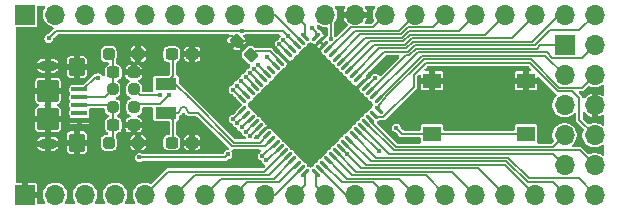
<source format=gbr>
%TF.GenerationSoftware,KiCad,Pcbnew,9.0.0*%
%TF.CreationDate,2025-03-29T18:59:15-04:00*%
%TF.ProjectId,Pro600_CPU_Upgrade,50726f36-3030-45f4-9350-555f55706772,rev?*%
%TF.SameCoordinates,Original*%
%TF.FileFunction,Copper,L1,Top*%
%TF.FilePolarity,Positive*%
%FSLAX46Y46*%
G04 Gerber Fmt 4.6, Leading zero omitted, Abs format (unit mm)*
G04 Created by KiCad (PCBNEW 9.0.0) date 2025-03-29 18:59:15*
%MOMM*%
%LPD*%
G01*
G04 APERTURE LIST*
G04 Aperture macros list*
%AMRoundRect*
0 Rectangle with rounded corners*
0 $1 Rounding radius*
0 $2 $3 $4 $5 $6 $7 $8 $9 X,Y pos of 4 corners*
0 Add a 4 corners polygon primitive as box body*
4,1,4,$2,$3,$4,$5,$6,$7,$8,$9,$2,$3,0*
0 Add four circle primitives for the rounded corners*
1,1,$1+$1,$2,$3*
1,1,$1+$1,$4,$5*
1,1,$1+$1,$6,$7*
1,1,$1+$1,$8,$9*
0 Add four rect primitives between the rounded corners*
20,1,$1+$1,$2,$3,$4,$5,0*
20,1,$1+$1,$4,$5,$6,$7,0*
20,1,$1+$1,$6,$7,$8,$9,0*
20,1,$1+$1,$8,$9,$2,$3,0*%
%AMRotRect*
0 Rectangle, with rotation*
0 The origin of the aperture is its center*
0 $1 length*
0 $2 width*
0 $3 Rotation angle, in degrees counterclockwise*
0 Add horizontal line*
21,1,$1,$2,0,0,$3*%
%AMFreePoly0*
4,1,14,0.355806,0.106694,0.419194,0.043306,0.437500,-0.000888,0.437500,-0.062500,0.419194,-0.106694,0.375000,-0.125000,-0.375000,-0.125000,-0.419194,-0.106694,-0.437500,-0.062500,-0.437500,0.062500,-0.419194,0.106694,-0.375000,0.125000,0.311612,0.125000,0.355806,0.106694,0.355806,0.106694,$1*%
%AMFreePoly1*
4,1,14,0.419194,0.106694,0.437500,0.062500,0.437500,0.000888,0.419194,-0.043306,0.355806,-0.106694,0.311612,-0.125000,-0.375000,-0.125000,-0.419194,-0.106694,-0.437500,-0.062500,-0.437500,0.062500,-0.419194,0.106694,-0.375000,0.125000,0.375000,0.125000,0.419194,0.106694,0.419194,0.106694,$1*%
%AMFreePoly2*
4,1,14,0.106694,0.419194,0.125000,0.375000,0.125000,-0.375000,0.106694,-0.419194,0.062500,-0.437500,-0.062500,-0.437500,-0.106694,-0.419194,-0.125000,-0.375000,-0.125000,0.311612,-0.106694,0.355806,-0.043306,0.419194,0.000888,0.437500,0.062500,0.437500,0.106694,0.419194,0.106694,0.419194,$1*%
%AMFreePoly3*
4,1,14,0.043306,0.419194,0.106694,0.355806,0.125000,0.311612,0.125000,-0.375000,0.106694,-0.419194,0.062500,-0.437500,-0.062500,-0.437500,-0.106694,-0.419194,-0.125000,-0.375000,-0.125000,0.375000,-0.106694,0.419194,-0.062500,0.437500,-0.000888,0.437500,0.043306,0.419194,0.043306,0.419194,$1*%
%AMFreePoly4*
4,1,14,0.419194,0.106694,0.437500,0.062500,0.437500,-0.062500,0.419194,-0.106694,0.375000,-0.125000,-0.311612,-0.125000,-0.355806,-0.106694,-0.419194,-0.043306,-0.437500,0.000888,-0.437500,0.062500,-0.419194,0.106694,-0.375000,0.125000,0.375000,0.125000,0.419194,0.106694,0.419194,0.106694,$1*%
%AMFreePoly5*
4,1,14,0.419194,0.106694,0.437500,0.062500,0.437500,-0.062500,0.419194,-0.106694,0.375000,-0.125000,-0.375000,-0.125000,-0.419194,-0.106694,-0.437500,-0.062500,-0.437500,-0.000888,-0.419194,0.043306,-0.355806,0.106694,-0.311612,0.125000,0.375000,0.125000,0.419194,0.106694,0.419194,0.106694,$1*%
%AMFreePoly6*
4,1,14,0.106694,0.419194,0.125000,0.375000,0.125000,-0.311612,0.106694,-0.355806,0.043306,-0.419194,-0.000888,-0.437500,-0.062500,-0.437500,-0.106694,-0.419194,-0.125000,-0.375000,-0.125000,0.375000,-0.106694,0.419194,-0.062500,0.437500,0.062500,0.437500,0.106694,0.419194,0.106694,0.419194,$1*%
%AMFreePoly7*
4,1,14,0.106694,0.419194,0.125000,0.375000,0.125000,-0.375000,0.106694,-0.419194,0.062500,-0.437500,0.000888,-0.437500,-0.043306,-0.419194,-0.106694,-0.355806,-0.125000,-0.311612,-0.125000,0.375000,-0.106694,0.419194,-0.062500,0.437500,0.062500,0.437500,0.106694,0.419194,0.106694,0.419194,$1*%
G04 Aperture macros list end*
%TA.AperFunction,SMDPad,CuDef*%
%ADD10RoundRect,0.100000X-0.575000X0.100000X-0.575000X-0.100000X0.575000X-0.100000X0.575000X0.100000X0*%
%TD*%
%TA.AperFunction,HeatsinkPad*%
%ADD11O,1.600000X0.900000*%
%TD*%
%TA.AperFunction,SMDPad,CuDef*%
%ADD12RoundRect,0.250000X-0.450000X0.550000X-0.450000X-0.550000X0.450000X-0.550000X0.450000X0.550000X0*%
%TD*%
%TA.AperFunction,SMDPad,CuDef*%
%ADD13RoundRect,0.250000X-0.700000X0.700000X-0.700000X-0.700000X0.700000X-0.700000X0.700000X0.700000X0*%
%TD*%
%TA.AperFunction,ComponentPad*%
%ADD14R,1.700000X1.700000*%
%TD*%
%TA.AperFunction,ComponentPad*%
%ADD15O,1.700000X1.700000*%
%TD*%
%TA.AperFunction,SMDPad,CuDef*%
%ADD16RoundRect,0.237500X-0.250000X-0.237500X0.250000X-0.237500X0.250000X0.237500X-0.250000X0.237500X0*%
%TD*%
%TA.AperFunction,SMDPad,CuDef*%
%ADD17R,1.800000X1.000000*%
%TD*%
%TA.AperFunction,SMDPad,CuDef*%
%ADD18R,1.550000X1.300000*%
%TD*%
%TA.AperFunction,SMDPad,CuDef*%
%ADD19RoundRect,0.250000X0.250000X0.250000X-0.250000X0.250000X-0.250000X-0.250000X0.250000X-0.250000X0*%
%TD*%
%TA.AperFunction,SMDPad,CuDef*%
%ADD20FreePoly0,315.000000*%
%TD*%
%TA.AperFunction,SMDPad,CuDef*%
%ADD21RoundRect,0.062500X-0.309359X0.220971X0.220971X-0.309359X0.309359X-0.220971X-0.220971X0.309359X0*%
%TD*%
%TA.AperFunction,SMDPad,CuDef*%
%ADD22FreePoly1,315.000000*%
%TD*%
%TA.AperFunction,SMDPad,CuDef*%
%ADD23FreePoly2,315.000000*%
%TD*%
%TA.AperFunction,SMDPad,CuDef*%
%ADD24RoundRect,0.062500X-0.309359X-0.220971X-0.220971X-0.309359X0.309359X0.220971X0.220971X0.309359X0*%
%TD*%
%TA.AperFunction,SMDPad,CuDef*%
%ADD25FreePoly3,315.000000*%
%TD*%
%TA.AperFunction,SMDPad,CuDef*%
%ADD26FreePoly4,315.000000*%
%TD*%
%TA.AperFunction,SMDPad,CuDef*%
%ADD27FreePoly5,315.000000*%
%TD*%
%TA.AperFunction,SMDPad,CuDef*%
%ADD28FreePoly6,315.000000*%
%TD*%
%TA.AperFunction,SMDPad,CuDef*%
%ADD29FreePoly7,315.000000*%
%TD*%
%TA.AperFunction,HeatsinkPad*%
%ADD30RotRect,7.500000X7.500000X315.000000*%
%TD*%
%TA.AperFunction,SMDPad,CuDef*%
%ADD31RoundRect,0.237500X-0.380070X0.044194X0.044194X-0.380070X0.380070X-0.044194X-0.044194X0.380070X0*%
%TD*%
%TA.AperFunction,SMDPad,CuDef*%
%ADD32RoundRect,0.237500X0.300000X0.237500X-0.300000X0.237500X-0.300000X-0.237500X0.300000X-0.237500X0*%
%TD*%
%TA.AperFunction,SMDPad,CuDef*%
%ADD33RoundRect,0.237500X-0.300000X-0.237500X0.300000X-0.237500X0.300000X0.237500X-0.300000X0.237500X0*%
%TD*%
%TA.AperFunction,ViaPad*%
%ADD34C,0.400000*%
%TD*%
%TA.AperFunction,Conductor*%
%ADD35C,0.200000*%
%TD*%
G04 APERTURE END LIST*
D10*
%TO.P,J5,1,VBUS*%
%TO.N,/+VBus_Conn*%
X56675000Y-33000000D03*
%TO.P,J5,2,D-*%
%TO.N,/USB_D_N*%
X56675000Y-33650000D03*
%TO.P,J5,3,D+*%
%TO.N,/USB_D_P*%
X56675001Y-34300000D03*
%TO.P,J5,4,ID*%
%TO.N,unconnected-(J5-ID-Pad4)*%
X56675000Y-34950000D03*
%TO.P,J5,5,GND*%
%TO.N,GND*%
X56675000Y-35600000D03*
D11*
%TO.P,J5,6,Shield*%
X54000000Y-31000001D03*
D12*
X56450000Y-31100000D03*
D13*
X54000000Y-33100000D03*
X54000000Y-35500000D03*
D12*
X56450000Y-37500000D03*
D11*
X54000000Y-37599999D03*
%TD*%
D14*
%TO.P,J4,1,Pin_1*%
%TO.N,/A0*%
X97750000Y-29250000D03*
D15*
%TO.P,J4,2,Pin_2*%
%TO.N,/A1*%
X100290000Y-29250000D03*
%TO.P,J4,3,Pin_3*%
%TO.N,/A2*%
X97750000Y-31790000D03*
%TO.P,J4,4,Pin_4*%
%TO.N,/A3*%
X100290000Y-31790000D03*
%TO.P,J4,5,Pin_5*%
%TO.N,/E2*%
X97750000Y-34329999D03*
%TO.P,J4,6,Pin_6*%
%TO.N,GND*%
X100290000Y-34330000D03*
%TO.P,J4,7,Pin_7*%
%TO.N,/A5*%
X97750000Y-36870000D03*
%TO.P,J4,8,Pin_8*%
%TO.N,/A4*%
X100290000Y-36870000D03*
%TO.P,J4,9,Pin_9*%
%TO.N,/A7*%
X97750000Y-39410000D03*
%TO.P,J4,10,Pin_10*%
%TO.N,/A6*%
X100290000Y-39410000D03*
%TD*%
D16*
%TO.P,R3,1*%
%TO.N,/USB_D_P*%
X59484500Y-34500000D03*
%TO.P,R3,2*%
%TO.N,/USB_T_D_P*%
X61309500Y-34500000D03*
%TD*%
D17*
%TO.P,Y1,1,1*%
%TO.N,/XTAL_P*%
X64000000Y-34999999D03*
%TO.P,Y1,2,2*%
%TO.N,/XTAL_N*%
X64000000Y-32500001D03*
%TD*%
D18*
%TO.P,SW1,1,1*%
%TO.N,GND*%
X86525000Y-32250000D03*
X94475000Y-32250000D03*
%TO.P,SW1,2,2*%
%TO.N,/RESET*%
X86525000Y-36750000D03*
X94475000Y-36750000D03*
%TD*%
D15*
%TO.P,J3,21,Pin_20*%
%TO.N,/F7*%
X100330000Y-26670000D03*
%TO.P,J3,22,Pin_19*%
%TO.N,/F6*%
X97790000Y-26670000D03*
%TO.P,J3,23,Pin_18*%
%TO.N,/F5*%
X95250000Y-26670000D03*
%TO.P,J3,24,Pin_17*%
%TO.N,/F4*%
X92710000Y-26670000D03*
%TO.P,J3,25,Pin_16*%
%TO.N,/F3*%
X90170000Y-26670000D03*
%TO.P,J3,26,Pin_15*%
%TO.N,/F2*%
X87630000Y-26670000D03*
%TO.P,J3,27,Pin_14*%
%TO.N,/F1*%
X85090000Y-26670000D03*
%TO.P,J3,28,Pin_13*%
%TO.N,/F0*%
X82550000Y-26670000D03*
%TO.P,J3,29,Pin_12*%
%TO.N,GND*%
X80010000Y-26670000D03*
%TO.P,J3,30,Pin_11*%
%TO.N,/E5*%
X77470000Y-26670000D03*
%TO.P,J3,31,Pin_10*%
%TO.N,/E6*%
X74930000Y-26670000D03*
%TO.P,J3,32,Pin_9*%
%TO.N,/E7*%
X72390000Y-26670000D03*
%TO.P,J3,33,Pin_8*%
%TO.N,/B0*%
X69850000Y-26670000D03*
%TO.P,J3,34,Pin_7*%
%TO.N,/B1*%
X67310000Y-26670000D03*
%TO.P,J3,35,Pin_6*%
%TO.N,/B2*%
X64770000Y-26670000D03*
%TO.P,J3,36,Pin_5*%
%TO.N,/B3*%
X62230000Y-26670000D03*
%TO.P,J3,37,Pin_4*%
%TO.N,/B4*%
X59690000Y-26670000D03*
%TO.P,J3,38,Pin_3*%
%TO.N,/B5*%
X57150000Y-26670000D03*
%TO.P,J3,39,Pin_2*%
%TO.N,/B6*%
X54610000Y-26670000D03*
D14*
%TO.P,J3,40,Pin_1*%
%TO.N,+5V*%
X52070000Y-26670000D03*
%TD*%
D19*
%TO.P,D2,1,A1*%
%TO.N,GND*%
X61647000Y-37500000D03*
%TO.P,D2,2,A2*%
%TO.N,/USB_D_P*%
X59147000Y-37500000D03*
%TD*%
D20*
%TO.P,U1,1,PE6*%
%TO.N,/E6*%
X75761542Y-28528241D03*
D21*
%TO.P,U1,2,PE7*%
%TO.N,/E7*%
X75407988Y-28881794D03*
%TO.P,U1,3,UVCC*%
%TO.N,+5V*%
X75054435Y-29235348D03*
%TO.P,U1,4,D-*%
%TO.N,/USB_T_D_N*%
X74700882Y-29588901D03*
%TO.P,U1,5,D+*%
%TO.N,/USB_T_D_P*%
X74347328Y-29942454D03*
%TO.P,U1,6,UGND*%
%TO.N,GND*%
X73993775Y-30296008D03*
%TO.P,U1,7,UCAP*%
%TO.N,Net-(U1-UCAP)*%
X73640221Y-30649561D03*
%TO.P,U1,8,VBUS*%
%TO.N,+5V*%
X73286668Y-31003115D03*
%TO.P,U1,9,PE3*%
%TO.N,/E3*%
X72933115Y-31356668D03*
%TO.P,U1,10,PB0*%
%TO.N,/B0*%
X72579561Y-31710221D03*
%TO.P,U1,11,PB1*%
%TO.N,/B1*%
X72226008Y-32063775D03*
%TO.P,U1,12,PB2*%
%TO.N,/B2*%
X71872454Y-32417328D03*
%TO.P,U1,13,PB3*%
%TO.N,/B3*%
X71518901Y-32770882D03*
%TO.P,U1,14,PB4*%
%TO.N,/B4*%
X71165348Y-33124435D03*
%TO.P,U1,15,PB5*%
%TO.N,/B5*%
X70811794Y-33477988D03*
D22*
%TO.P,U1,16,PB6*%
%TO.N,/B6*%
X70458241Y-33831542D03*
D23*
%TO.P,U1,17,PB7*%
%TO.N,/B7*%
X70458241Y-34768458D03*
D24*
%TO.P,U1,18,PE4*%
%TO.N,/C4*%
X70811794Y-35122012D03*
%TO.P,U1,19,PE5*%
%TO.N,/E5*%
X71165348Y-35475565D03*
%TO.P,U1,20,~{RESET}*%
%TO.N,/RESET*%
X71518901Y-35829118D03*
%TO.P,U1,21,VCC*%
%TO.N,+5V*%
X71872454Y-36182672D03*
%TO.P,U1,22,GND*%
%TO.N,GND*%
X72226008Y-36536225D03*
%TO.P,U1,23,XTAL2*%
%TO.N,/XTAL_N*%
X72579561Y-36889779D03*
%TO.P,U1,24,XTAL1*%
%TO.N,/XTAL_P*%
X72933115Y-37243332D03*
%TO.P,U1,25,PD0*%
%TO.N,/D0*%
X73286668Y-37596885D03*
%TO.P,U1,26,PD1*%
%TO.N,/D1*%
X73640221Y-37950439D03*
%TO.P,U1,27,PD2*%
%TO.N,/D2*%
X73993775Y-38303992D03*
%TO.P,U1,28,PD3*%
%TO.N,/D3*%
X74347328Y-38657546D03*
%TO.P,U1,29,PD4*%
%TO.N,/D4*%
X74700882Y-39011099D03*
%TO.P,U1,30,PD5*%
%TO.N,/D5*%
X75054435Y-39364652D03*
%TO.P,U1,31,PD6*%
%TO.N,/D6*%
X75407988Y-39718206D03*
D25*
%TO.P,U1,32,PD7*%
%TO.N,/D7*%
X75761542Y-40071759D03*
D26*
%TO.P,U1,33,PE0*%
%TO.N,+5V*%
X76698458Y-40071759D03*
D21*
%TO.P,U1,34,PE1*%
%TO.N,/E1*%
X77052012Y-39718206D03*
%TO.P,U1,35,PC0*%
%TO.N,/C0*%
X77405565Y-39364652D03*
%TO.P,U1,36,PC1*%
%TO.N,/C1*%
X77759118Y-39011099D03*
%TO.P,U1,37,PC2*%
%TO.N,/C2*%
X78112672Y-38657546D03*
%TO.P,U1,38,PC3*%
%TO.N,/C3*%
X78466225Y-38303992D03*
%TO.P,U1,39,PC4*%
%TO.N,/C4*%
X78819779Y-37950439D03*
%TO.P,U1,40,PC5*%
%TO.N,/C5*%
X79173332Y-37596885D03*
%TO.P,U1,41,PC6*%
%TO.N,/C6*%
X79526885Y-37243332D03*
%TO.P,U1,42,PC7*%
%TO.N,/C7*%
X79880439Y-36889779D03*
%TO.P,U1,43,PE2/~{HWB}*%
%TO.N,/E2*%
X80233992Y-36536225D03*
%TO.P,U1,44,PA7*%
%TO.N,/A7*%
X80587546Y-36182672D03*
%TO.P,U1,45,PA6*%
%TO.N,/A6*%
X80941099Y-35829118D03*
%TO.P,U1,46,PA5*%
%TO.N,/A5*%
X81294652Y-35475565D03*
%TO.P,U1,47,PA4*%
%TO.N,/A4*%
X81648206Y-35122012D03*
D27*
%TO.P,U1,48,PA3*%
%TO.N,/A3*%
X82001759Y-34768458D03*
D28*
%TO.P,U1,49,PA2*%
%TO.N,/A2*%
X82001759Y-33831542D03*
D24*
%TO.P,U1,50,PA1*%
%TO.N,/A1*%
X81648206Y-33477988D03*
%TO.P,U1,51,PA0*%
%TO.N,/A0*%
X81294652Y-33124435D03*
%TO.P,U1,52,VCC*%
%TO.N,+5V*%
X80941099Y-32770882D03*
%TO.P,U1,53,GND*%
%TO.N,GND*%
X80587546Y-32417328D03*
%TO.P,U1,54,PF7*%
%TO.N,/F7*%
X80233992Y-32063775D03*
%TO.P,U1,55,PF6*%
%TO.N,/F6*%
X79880439Y-31710221D03*
%TO.P,U1,56,PF5*%
%TO.N,/F5*%
X79526885Y-31356668D03*
%TO.P,U1,57,PF4*%
%TO.N,/F4*%
X79173332Y-31003115D03*
%TO.P,U1,58,PF3*%
%TO.N,/F3*%
X78819779Y-30649561D03*
%TO.P,U1,59,PF2*%
%TO.N,/F2*%
X78466225Y-30296008D03*
%TO.P,U1,60,PF1*%
%TO.N,/F1*%
X78112672Y-29942454D03*
%TO.P,U1,61,PF0*%
%TO.N,/F0*%
X77759118Y-29588901D03*
%TO.P,U1,62,AREF*%
%TO.N,GND*%
X77405565Y-29235348D03*
%TO.P,U1,63,GND*%
X77052012Y-28881794D03*
D29*
%TO.P,U1,64,AVCC*%
%TO.N,+5V*%
X76698458Y-28528241D03*
D30*
%TO.P,U1,65,GND*%
%TO.N,GND*%
X76230000Y-34300000D03*
%TD*%
D31*
%TO.P,C9,1*%
%TO.N,GND*%
X69980240Y-28880240D03*
%TO.P,C9,2*%
%TO.N,Net-(U1-UCAP)*%
X71200000Y-30100000D03*
%TD*%
D32*
%TO.P,C2,1*%
%TO.N,GND*%
X66225002Y-30000000D03*
%TO.P,C2,2*%
%TO.N,/XTAL_N*%
X64500000Y-30000000D03*
%TD*%
D33*
%TO.P,C4,1*%
%TO.N,/USB_D_P*%
X59534500Y-36000000D03*
%TO.P,C4,2*%
%TO.N,GND*%
X61259500Y-36000000D03*
%TD*%
D19*
%TO.P,D1,1,A1*%
%TO.N,GND*%
X61647000Y-30000000D03*
%TO.P,D1,2,A2*%
%TO.N,/USB_D_N*%
X59147000Y-30000000D03*
%TD*%
D33*
%TO.P,C3,1*%
%TO.N,/USB_D_N*%
X59534500Y-31553000D03*
%TO.P,C3,2*%
%TO.N,GND*%
X61259500Y-31553000D03*
%TD*%
D14*
%TO.P,J2,1,Pin_1*%
%TO.N,GND*%
X52070000Y-41910000D03*
D15*
%TO.P,J2,2,Pin_2*%
%TO.N,/B7*%
X54610000Y-41910000D03*
%TO.P,J2,3,Pin_3*%
%TO.N,/D0*%
X57150000Y-41910000D03*
%TO.P,J2,4,Pin_4*%
%TO.N,/D1*%
X59690000Y-41910000D03*
%TO.P,J2,5,Pin_5*%
%TO.N,/D2*%
X62230000Y-41910000D03*
%TO.P,J2,6,Pin_6*%
%TO.N,/D3*%
X64770000Y-41910000D03*
%TO.P,J2,7,Pin_7*%
%TO.N,/D4*%
X67310000Y-41910000D03*
%TO.P,J2,8,Pin_8*%
%TO.N,/D5*%
X69850000Y-41910000D03*
%TO.P,J2,9,Pin_9*%
%TO.N,/D6*%
X72390000Y-41910000D03*
%TO.P,J2,10,Pin_10*%
%TO.N,/D7*%
X74930000Y-41910000D03*
%TO.P,J2,11,Pin_11*%
%TO.N,+5V*%
X77470000Y-41910000D03*
%TO.P,J2,12,Pin_12*%
%TO.N,/E1*%
X80010000Y-41910000D03*
%TO.P,J2,13,Pin_13*%
%TO.N,/C0*%
X82550000Y-41910000D03*
%TO.P,J2,14,Pin_14*%
%TO.N,/C1*%
X85090000Y-41910000D03*
%TO.P,J2,15,Pin_15*%
%TO.N,/C2*%
X87630000Y-41910000D03*
%TO.P,J2,16,Pin_16*%
%TO.N,/C3*%
X90170000Y-41910000D03*
%TO.P,J2,17,Pin_17*%
%TO.N,/C4*%
X92710000Y-41910000D03*
%TO.P,J2,18,Pin_18*%
%TO.N,/C5*%
X95250000Y-41910000D03*
%TO.P,J2,19,Pin_19*%
%TO.N,/C6*%
X97790000Y-41910000D03*
%TO.P,J2,20,Pin_20*%
%TO.N,/C7*%
X100330000Y-41910000D03*
%TD*%
D16*
%TO.P,R4,1*%
%TO.N,/USB_D_N*%
X59484500Y-33000000D03*
%TO.P,R4,2*%
%TO.N,/USB_T_D_N*%
X61309500Y-33000000D03*
%TD*%
D32*
%TO.P,C1,1*%
%TO.N,GND*%
X66225002Y-37500000D03*
%TO.P,C1,2*%
%TO.N,/XTAL_P*%
X64500000Y-37500000D03*
%TD*%
D34*
%TO.N,GND*%
X85000000Y-33900000D03*
X73237117Y-29511554D03*
X83500000Y-35250000D03*
X81317386Y-31722047D03*
X69200000Y-28500000D03*
X71792890Y-38292890D03*
%TO.N,+5V*%
X70400000Y-28058017D03*
X76400000Y-27800000D03*
X71127886Y-36900000D03*
X54075000Y-28675000D03*
X61750000Y-38750000D03*
X69250000Y-38500000D03*
X74323432Y-28478492D03*
X72530091Y-30218744D03*
X81697031Y-32047427D03*
%TO.N,/+VBus_Conn*%
X58250000Y-32000000D03*
%TO.N,/D0*%
X72146445Y-38646445D03*
%TO.N,/D1*%
X72500000Y-39000000D03*
%TO.N,/C4*%
X79309670Y-38440330D03*
X70053555Y-35853555D03*
%TO.N,/B7*%
X69700000Y-35500000D03*
%TO.N,/E2*%
X82000000Y-38250000D03*
%TO.N,/USB_T_D_P*%
X64250000Y-33500000D03*
X73591567Y-29158896D03*
%TO.N,/USB_T_D_N*%
X73944606Y-28804825D03*
X63500000Y-33500000D03*
%TO.N,/RESET*%
X70760665Y-36560665D03*
X83500000Y-36250000D03*
%TO.N,/B4*%
X70385780Y-32314220D03*
%TO.N,/E5*%
X70407110Y-36207110D03*
X77956600Y-28743400D03*
%TO.N,/B0*%
X71800000Y-30900000D03*
%TO.N,/B5*%
X70032225Y-32667775D03*
%TO.N,/B3*%
X70739335Y-31960665D03*
%TO.N,/B2*%
X71092890Y-31607110D03*
%TO.N,/B6*%
X69678670Y-33021330D03*
%TO.N,/B1*%
X71446445Y-31253555D03*
%TD*%
D35*
%TO.N,GND*%
X77052012Y-28881794D02*
X77052012Y-28881795D01*
X69600000Y-28500000D02*
X69980240Y-28880240D01*
X80587546Y-32417328D02*
X80622105Y-32417328D01*
X80587546Y-32417328D02*
X80618222Y-32417328D01*
X77052012Y-28881795D02*
X77405565Y-29235348D01*
X74096008Y-30296008D02*
X76230000Y-32430000D01*
X78704874Y-34300000D02*
X76230000Y-34300000D01*
X73993775Y-30268212D02*
X73237117Y-29511554D01*
X72605803Y-28880240D02*
X73237117Y-29511554D01*
X72226008Y-36536225D02*
X74462233Y-34300000D01*
X80587546Y-32417328D02*
X78704874Y-34300000D01*
X76230000Y-30410913D02*
X77405565Y-29235348D01*
X76230000Y-34300000D02*
X76230000Y-30410913D01*
X76230000Y-32430000D02*
X76230000Y-34300000D01*
X80622105Y-32417328D02*
X81317386Y-31722047D01*
X73993775Y-30296008D02*
X74096008Y-30296008D01*
X73993775Y-30296008D02*
X73993775Y-30268212D01*
X69660480Y-29200000D02*
X69980240Y-28880240D01*
X69200000Y-28500000D02*
X69600000Y-28500000D01*
X69980240Y-28880240D02*
X72605803Y-28880240D01*
X74462233Y-34300000D02*
X76230000Y-34300000D01*
%TO.N,/XTAL_P*%
X66750000Y-35000000D02*
X69551000Y-37801000D01*
X65187584Y-34760000D02*
X65187584Y-34744476D01*
X72375447Y-37801000D02*
X72933115Y-37243332D01*
X64612501Y-37500000D02*
X64612501Y-35612500D01*
X65427584Y-34504476D02*
X65547584Y-34504476D01*
X65787584Y-34744476D02*
X65787584Y-34760000D01*
X66027584Y-35000000D02*
X66147584Y-35000000D01*
X69551000Y-37801000D02*
X72375447Y-37801000D01*
X64000001Y-35000000D02*
X64947584Y-35000000D01*
X64612501Y-35612500D02*
X64000000Y-34999999D01*
X64000000Y-34999999D02*
X64000001Y-35000000D01*
X66147584Y-35000000D02*
X66750000Y-35000000D01*
X65547584Y-34504476D02*
G75*
G02*
X65787624Y-34744476I16J-240024D01*
G01*
X65187584Y-34744476D02*
G75*
G02*
X65427584Y-34504484I240016J-24D01*
G01*
X65787584Y-34760000D02*
G75*
G03*
X66027584Y-35000016I240016J0D01*
G01*
X64947584Y-35000000D02*
G75*
G03*
X65187600Y-34760000I16J240000D01*
G01*
%TO.N,/XTAL_N*%
X71969340Y-37500000D02*
X69750000Y-37500000D01*
X65908550Y-33658550D02*
X65901000Y-33666100D01*
X64750001Y-32500001D02*
X64000000Y-32500001D01*
X64612501Y-30000000D02*
X64612501Y-31887500D01*
X69750000Y-37500000D02*
X66000000Y-33750000D01*
X64612501Y-31887500D02*
X64000000Y-32500001D01*
X66000000Y-33750000D02*
X65908550Y-33658550D01*
X66000000Y-33750000D02*
X64750001Y-32500001D01*
X72579561Y-36889779D02*
X71969340Y-37500000D01*
%TO.N,/USB_D_P*%
X59522000Y-36012500D02*
X59534500Y-36000000D01*
X59484500Y-34500000D02*
X59484500Y-35950000D01*
X59284500Y-34300000D02*
X59484500Y-34500000D01*
X59484500Y-35950000D02*
X59534500Y-36000000D01*
X59522000Y-37500000D02*
X59522000Y-36012500D01*
X56675001Y-34300000D02*
X59284500Y-34300000D01*
%TO.N,/USB_D_N*%
X58834500Y-33650000D02*
X59484500Y-33000000D01*
X59659500Y-31653000D02*
X59709500Y-31603000D01*
X59484500Y-33000000D02*
X59484500Y-31603000D01*
X59522000Y-31540500D02*
X59534500Y-31553000D01*
X59484500Y-31603000D02*
X59534500Y-31553000D01*
X59522000Y-30000000D02*
X59522000Y-31540500D01*
X59647000Y-31653000D02*
X59697000Y-31603000D01*
X56675000Y-33650000D02*
X58834500Y-33650000D01*
%TO.N,+5V*%
X73286668Y-31003115D02*
X73286668Y-30975321D01*
X74309544Y-28490456D02*
X75054435Y-29235348D01*
X71845214Y-36182672D02*
X71127886Y-36900000D01*
X76698458Y-28098458D02*
X76698458Y-28528241D01*
X54691983Y-28058017D02*
X70400000Y-28058017D01*
X69000000Y-38750000D02*
X69250000Y-38500000D01*
X76698458Y-41138458D02*
X76698458Y-40071759D01*
X74309544Y-28490456D02*
X74311468Y-28490456D01*
X77470000Y-41910000D02*
X76698458Y-41138458D01*
X61750000Y-38750000D02*
X69000000Y-38750000D01*
X76400000Y-27800000D02*
X76698458Y-28098458D01*
X80973576Y-32770882D02*
X81697031Y-32047427D01*
X73877104Y-28058017D02*
X74309544Y-28490456D01*
X70400000Y-28058017D02*
X73877104Y-28058017D01*
X80941099Y-32770882D02*
X80971778Y-32770882D01*
X74311468Y-28490456D02*
X74323432Y-28478492D01*
X71127886Y-36900000D02*
X71027886Y-37000000D01*
X71872454Y-36182672D02*
X71845214Y-36182672D01*
X73286668Y-30975321D02*
X72530091Y-30218744D01*
X80941099Y-32770882D02*
X80973576Y-32770882D01*
X54075000Y-28675000D02*
X54691983Y-28058017D01*
%TO.N,Net-(U1-UCAP)*%
X73640221Y-30621766D02*
X72884584Y-29866129D01*
X72782579Y-29764124D02*
X71535876Y-29764124D01*
X71535876Y-29764124D02*
X71200000Y-30100000D01*
X72884584Y-29866129D02*
X72782579Y-29764124D01*
X73640221Y-30649561D02*
X73640221Y-30621766D01*
X73640221Y-30649561D02*
X73640221Y-30640221D01*
%TO.N,/+VBus_Conn*%
X57000000Y-33000000D02*
X56675000Y-33000000D01*
X58000000Y-32000000D02*
X57000000Y-33000000D01*
X58250000Y-32000000D02*
X58000000Y-32000000D01*
%TO.N,/C1*%
X79314158Y-40560000D02*
X78577079Y-39822921D01*
X85090000Y-41910000D02*
X83740000Y-40560000D01*
X83740000Y-40560000D02*
X79314158Y-40560000D01*
X77759118Y-39011099D02*
X77765257Y-39011099D01*
X77765257Y-39011099D02*
X78577079Y-39822921D01*
%TO.N,/D0*%
X72146445Y-38646445D02*
X73196005Y-37596885D01*
X73196005Y-37596885D02*
X73286668Y-37596885D01*
%TO.N,/D6*%
X73216194Y-41910000D02*
X75407988Y-39718206D01*
X72390000Y-41910000D02*
X73216194Y-41910000D01*
%TO.N,/D2*%
X73993775Y-38303992D02*
X72337767Y-39960000D01*
X72337767Y-39960000D02*
X64180000Y-39960000D01*
X64180000Y-39960000D02*
X62230000Y-41910000D01*
%TO.N,/C7*%
X81760000Y-38760000D02*
X92948528Y-38760000D01*
X94719264Y-40530736D02*
X98950736Y-40530736D01*
X98950736Y-40530736D02*
X100330000Y-41910000D01*
X92948528Y-38760000D02*
X94719264Y-40530736D01*
X79889779Y-36889779D02*
X81760000Y-38760000D01*
X79880439Y-36889779D02*
X79889779Y-36889779D01*
%TO.N,/C5*%
X79173332Y-37596885D02*
X80936447Y-39360000D01*
X92700000Y-39360000D02*
X95250000Y-41910000D01*
X80936447Y-39360000D02*
X92700000Y-39360000D01*
%TO.N,/D3*%
X72744874Y-40260000D02*
X66420000Y-40260000D01*
X66420000Y-40260000D02*
X64770000Y-41910000D01*
X74347328Y-38657546D02*
X72744874Y-40260000D01*
%TO.N,/E1*%
X77052012Y-39718206D02*
X79243806Y-41910000D01*
X79243806Y-41910000D02*
X80010000Y-41910000D01*
%TO.N,/C3*%
X80122233Y-39960000D02*
X88220000Y-39960000D01*
X88220000Y-39960000D02*
X90170000Y-41910000D01*
X78466225Y-38303992D02*
X80122233Y-39960000D01*
%TO.N,/D7*%
X75761542Y-41078458D02*
X74930000Y-41910000D01*
X75761542Y-40071759D02*
X75761542Y-41078458D01*
%TO.N,/D5*%
X75054435Y-39364652D02*
X75035348Y-39364652D01*
X70900000Y-40860000D02*
X69850000Y-41910000D01*
X73540000Y-40860000D02*
X70900000Y-40860000D01*
X75035348Y-39364652D02*
X73540000Y-40860000D01*
%TO.N,/C2*%
X78118814Y-38657546D02*
X79721268Y-40260000D01*
X85980000Y-40260000D02*
X87630000Y-41910000D01*
X78112672Y-38657546D02*
X78118814Y-38657546D01*
X79721268Y-40260000D02*
X85980000Y-40260000D01*
%TO.N,/D1*%
X72590660Y-39000000D02*
X73640221Y-37950439D01*
X72500000Y-39000000D02*
X72590660Y-39000000D01*
%TO.N,/C0*%
X82550000Y-41910000D02*
X81500000Y-40860000D01*
X77419821Y-39364652D02*
X77405565Y-39364652D01*
X81500000Y-40860000D02*
X78915169Y-40860000D01*
X78915169Y-40860000D02*
X77419821Y-39364652D01*
%TO.N,/C6*%
X94624264Y-40860000D02*
X96740000Y-40860000D01*
X81343553Y-39060000D02*
X92824264Y-39060000D01*
X92824264Y-39060000D02*
X94624264Y-40860000D01*
X96740000Y-40860000D02*
X97790000Y-41910000D01*
X79526885Y-37243332D02*
X81343553Y-39060000D01*
%TO.N,/C4*%
X90460000Y-39660000D02*
X92710000Y-41910000D01*
X70785098Y-35122012D02*
X70053555Y-35853555D01*
X70811794Y-35122012D02*
X70785098Y-35122012D01*
X80529340Y-39660000D02*
X79309670Y-38440330D01*
X78819779Y-37950439D02*
X79309670Y-38440330D01*
X80529340Y-39660000D02*
X90460000Y-39660000D01*
%TO.N,/B7*%
X70431542Y-34768458D02*
X69700000Y-35500000D01*
X70458241Y-34768458D02*
X70431542Y-34768458D01*
%TO.N,/D4*%
X68660000Y-40560000D02*
X67310000Y-41910000D01*
X74700882Y-39011099D02*
X73151981Y-40560000D01*
X73151981Y-40560000D02*
X68660000Y-40560000D01*
%TO.N,/A6*%
X80941099Y-35829118D02*
X80941099Y-35841099D01*
X99040000Y-38160000D02*
X100290000Y-39410000D01*
X83271981Y-38160000D02*
X99040000Y-38160000D01*
X80941099Y-35829118D02*
X83271981Y-38160000D01*
%TO.N,/A3*%
X97315075Y-32840000D02*
X99240000Y-32840000D01*
X85807565Y-30450000D02*
X94925075Y-30450000D01*
X82001759Y-34768458D02*
X82001759Y-34305305D01*
X82001759Y-34305305D02*
X82583238Y-33723826D01*
X94925075Y-30450000D02*
X97315075Y-32840000D01*
X99240000Y-32840000D02*
X100290000Y-31790000D01*
X82583238Y-33674327D02*
X85807565Y-30450000D01*
X82583238Y-33723826D02*
X82583238Y-33674327D01*
%TO.N,/A2*%
X85683301Y-30150000D02*
X96110000Y-30150000D01*
X96110000Y-30150000D02*
X97750000Y-31790000D01*
X82001759Y-33831542D02*
X85683301Y-30150000D01*
%TO.N,/A0*%
X95374264Y-29550000D02*
X95674264Y-29250000D01*
X84299087Y-30120000D02*
X84609848Y-30120000D01*
X84609848Y-30120000D02*
X85179848Y-29550000D01*
X81294652Y-33124435D02*
X84299087Y-30120000D01*
X95674264Y-29250000D02*
X97750000Y-29250000D01*
X85179848Y-29550000D02*
X95374264Y-29550000D01*
%TO.N,/A5*%
X83502312Y-37860000D02*
X96760000Y-37860000D01*
X81294652Y-35652340D02*
X83502312Y-37860000D01*
X81294652Y-35475565D02*
X81294652Y-35652340D01*
X96760000Y-37860000D02*
X97750000Y-36870000D01*
%TO.N,/E2*%
X80286225Y-36536225D02*
X80233992Y-36536225D01*
X82000000Y-38250000D02*
X80286225Y-36536225D01*
%TO.N,/A1*%
X96250000Y-29850000D02*
X96700000Y-30300000D01*
X81648206Y-33477988D02*
X84706194Y-30420000D01*
X85304112Y-29850000D02*
X96250000Y-29850000D01*
X84734112Y-30420000D02*
X85304112Y-29850000D01*
X96700000Y-30300000D02*
X99240000Y-30300000D01*
X84706194Y-30420000D02*
X84734112Y-30420000D01*
X99240000Y-30300000D02*
X100290000Y-29250000D01*
%TO.N,/A7*%
X80587546Y-36182672D02*
X80587546Y-36187546D01*
X80587546Y-36182672D02*
X82864874Y-38460000D01*
X82864874Y-38460000D02*
X96800000Y-38460000D01*
X96800000Y-38460000D02*
X97750000Y-39410000D01*
%TO.N,/A4*%
X82400063Y-35349937D02*
X85000000Y-32750000D01*
X81876131Y-35349937D02*
X82400063Y-35349937D01*
X99000000Y-33750000D02*
X99000000Y-35580000D01*
X81648206Y-35122012D02*
X81876131Y-35349937D01*
X99000000Y-35580000D02*
X100290000Y-36870000D01*
X86000000Y-30750000D02*
X94800811Y-30750000D01*
X85000000Y-32750000D02*
X85000000Y-31750000D01*
X85000000Y-31750000D02*
X86000000Y-30750000D01*
X94800811Y-30750000D02*
X97190811Y-33140000D01*
X98390000Y-33140000D02*
X99000000Y-33750000D01*
X97190811Y-33140000D02*
X98390000Y-33140000D01*
%TO.N,/USB_T_D_P*%
X64250000Y-33500000D02*
X63500000Y-34250000D01*
X74347328Y-29942454D02*
X74347328Y-29914657D01*
X61559500Y-34250000D02*
X61309500Y-34500000D01*
X63500000Y-34250000D02*
X61559500Y-34250000D01*
X74347328Y-29914657D02*
X73591567Y-29158896D01*
%TO.N,/USB_T_D_N*%
X61809500Y-33500000D02*
X61309500Y-33000000D01*
X63500000Y-33500000D02*
X61809500Y-33500000D01*
X74700882Y-29588901D02*
X74700882Y-29561101D01*
X74700882Y-29561101D02*
X73944606Y-28804825D01*
%TO.N,/RESET*%
X94475000Y-36750000D02*
X86525000Y-36750000D01*
X86525000Y-36750000D02*
X84000000Y-36750000D01*
X84000000Y-36750000D02*
X83500000Y-36250000D01*
X71492212Y-35829118D02*
X70760665Y-36560665D01*
X71518901Y-35829118D02*
X71492212Y-35829118D01*
%TO.N,/F3*%
X80849340Y-28620000D02*
X83988528Y-28620000D01*
X78819779Y-30649561D02*
X80849340Y-28620000D01*
X88790000Y-28050000D02*
X90170000Y-26670000D01*
X84558528Y-28050000D02*
X88790000Y-28050000D01*
X83988528Y-28620000D02*
X84558528Y-28050000D01*
%TO.N,/B4*%
X71165348Y-33124435D02*
X71165348Y-33093788D01*
X71165348Y-33124435D02*
X71165348Y-33079286D01*
X71165348Y-33093788D02*
X70385780Y-32314220D01*
%TO.N,/F6*%
X84361320Y-29520000D02*
X84931320Y-28950000D01*
X84931320Y-28950000D02*
X95002462Y-28950000D01*
X82070660Y-29520000D02*
X84361320Y-29520000D01*
X97282462Y-26670000D02*
X97790000Y-26670000D01*
X95002462Y-28950000D02*
X97282462Y-26670000D01*
X79880439Y-31710221D02*
X82070660Y-29520000D01*
%TO.N,/F0*%
X81500000Y-27720000D02*
X79628019Y-27720000D01*
X82550000Y-26670000D02*
X81500000Y-27720000D01*
X79628019Y-27720000D02*
X77759118Y-29588901D01*
%TO.N,/F4*%
X84112792Y-28920000D02*
X84682792Y-28350000D01*
X81256447Y-28920000D02*
X84112792Y-28920000D01*
X79173332Y-31003115D02*
X81256447Y-28920000D01*
X84682792Y-28350000D02*
X91030000Y-28350000D01*
X91030000Y-28350000D02*
X92710000Y-26670000D01*
%TO.N,/E5*%
X77956600Y-27156600D02*
X77470000Y-26670000D01*
X77956600Y-28743400D02*
X77956600Y-27156600D01*
X71165348Y-35475565D02*
X71138655Y-35475565D01*
X71138655Y-35475565D02*
X70407110Y-36207110D01*
%TO.N,/F1*%
X78112672Y-29942454D02*
X80035126Y-28020000D01*
X80035126Y-28020000D02*
X83740000Y-28020000D01*
X83740000Y-28020000D02*
X85090000Y-26670000D01*
%TO.N,/B0*%
X72579561Y-31679561D02*
X71800000Y-30900000D01*
X72579561Y-31710221D02*
X72579561Y-31679561D01*
%TO.N,/F7*%
X80233992Y-32063775D02*
X82477767Y-29820000D01*
X84485584Y-29820000D02*
X85055584Y-29250000D01*
X99000000Y-28000000D02*
X100330000Y-26670000D01*
X96500000Y-28000000D02*
X99000000Y-28000000D01*
X95250000Y-29250000D02*
X96500000Y-28000000D01*
X85055584Y-29250000D02*
X95250000Y-29250000D01*
X82477767Y-29820000D02*
X84485584Y-29820000D01*
%TO.N,/E3*%
X72933115Y-31356668D02*
X72933115Y-31328750D01*
%TO.N,/F2*%
X78466225Y-30296008D02*
X80442233Y-28320000D01*
X84464264Y-27720000D02*
X86580000Y-27720000D01*
X83864264Y-28320000D02*
X84464264Y-27720000D01*
X86580000Y-27720000D02*
X87630000Y-26670000D01*
X80442233Y-28320000D02*
X83864264Y-28320000D01*
%TO.N,/B5*%
X70811794Y-33477988D02*
X70811794Y-33447344D01*
X70811794Y-33447344D02*
X70032225Y-32667775D01*
%TO.N,/B3*%
X71518901Y-32740231D02*
X70739335Y-31960665D01*
X71518901Y-32770882D02*
X71518901Y-32740231D01*
X71518901Y-32732830D02*
X71518901Y-32770882D01*
%TO.N,/B2*%
X71872454Y-32386674D02*
X71092890Y-31607110D01*
X71872454Y-32417328D02*
X71872454Y-32386674D01*
%TO.N,/B6*%
X70458241Y-33831542D02*
X70458241Y-33800901D01*
X70458241Y-33800901D02*
X69678670Y-33021330D01*
%TO.N,/E7*%
X75407988Y-28881794D02*
X73196194Y-26670000D01*
X73196194Y-26670000D02*
X72390000Y-26670000D01*
%TO.N,/E6*%
X75761542Y-27501542D02*
X74930000Y-26670000D01*
X75761542Y-28528241D02*
X75761542Y-27501542D01*
%TO.N,/F5*%
X79526885Y-31356668D02*
X80033553Y-30850000D01*
X81630000Y-29220000D02*
X84237056Y-29220000D01*
X80033553Y-30850000D02*
X80033553Y-30816447D01*
X93270000Y-28650000D02*
X95250000Y-26670000D01*
X84807056Y-28650000D02*
X93270000Y-28650000D01*
X84237056Y-29220000D02*
X84807056Y-28650000D01*
X80033553Y-30816447D02*
X81630000Y-29220000D01*
%TO.N,/B1*%
X72226008Y-32033118D02*
X71446445Y-31253555D01*
X72226008Y-32063775D02*
X72226008Y-32033118D01*
%TD*%
%TA.AperFunction,Conductor*%
%TO.N,GND*%
G36*
X53725856Y-25920185D02*
G01*
X53771611Y-25972989D01*
X53781555Y-26042147D01*
X53761919Y-26093390D01*
X53701220Y-26184232D01*
X53701212Y-26184247D01*
X53623909Y-26370872D01*
X53623907Y-26370880D01*
X53584500Y-26568992D01*
X53584500Y-26771007D01*
X53623907Y-26969119D01*
X53623909Y-26969127D01*
X53701212Y-27155752D01*
X53701217Y-27155762D01*
X53813441Y-27323718D01*
X53956281Y-27466558D01*
X54124237Y-27578782D01*
X54124241Y-27578784D01*
X54124244Y-27578786D01*
X54310873Y-27656091D01*
X54358543Y-27665573D01*
X54411490Y-27676105D01*
X54473401Y-27708489D01*
X54507975Y-27769205D01*
X54504236Y-27838974D01*
X54474980Y-27885403D01*
X54096003Y-28264381D01*
X54034680Y-28297866D01*
X54026053Y-28299369D01*
X53993283Y-28308149D01*
X53930062Y-28325090D01*
X53930060Y-28325091D01*
X53930059Y-28325091D01*
X53844436Y-28374526D01*
X53774526Y-28444436D01*
X53725091Y-28530059D01*
X53725091Y-28530060D01*
X53725090Y-28530062D01*
X53699500Y-28625565D01*
X53699500Y-28724435D01*
X53725090Y-28819938D01*
X53774525Y-28905562D01*
X53844438Y-28975475D01*
X53930062Y-29024910D01*
X54025565Y-29050500D01*
X54025567Y-29050500D01*
X54124432Y-29050500D01*
X54124435Y-29050500D01*
X54219938Y-29024910D01*
X54305562Y-28975475D01*
X54375475Y-28905562D01*
X54424910Y-28819938D01*
X54450500Y-28724435D01*
X54450500Y-28724432D01*
X54452603Y-28716584D01*
X54454122Y-28716991D01*
X54478619Y-28661604D01*
X54485593Y-28654021D01*
X54769781Y-28369833D01*
X54831103Y-28336351D01*
X54857461Y-28333517D01*
X69241187Y-28333517D01*
X69308226Y-28353202D01*
X69353981Y-28406006D01*
X69363925Y-28475164D01*
X69334900Y-28538720D01*
X69328868Y-28545198D01*
X69296975Y-28577090D01*
X69296970Y-28577095D01*
X69241582Y-28653331D01*
X69202670Y-28773086D01*
X69202670Y-28899005D01*
X69241582Y-29018760D01*
X69296970Y-29094996D01*
X69354450Y-29152476D01*
X69715782Y-28791144D01*
X69777105Y-28757659D01*
X69846797Y-28762643D01*
X69891144Y-28791144D01*
X69980240Y-28880240D01*
X70069336Y-28791144D01*
X70130659Y-28757659D01*
X70200351Y-28762643D01*
X70244698Y-28791144D01*
X70650224Y-29196670D01*
X70663504Y-29183389D01*
X70663509Y-29183384D01*
X70718897Y-29107148D01*
X70757809Y-28987393D01*
X70757810Y-28987390D01*
X70757810Y-28861477D01*
X70757809Y-28861474D01*
X70718897Y-28741719D01*
X70663509Y-28665483D01*
X70571093Y-28573067D01*
X70559601Y-28552021D01*
X70544457Y-28533424D01*
X70543159Y-28521910D01*
X70537608Y-28511744D01*
X70539318Y-28487825D01*
X70536633Y-28463994D01*
X70541765Y-28453607D01*
X70542592Y-28442052D01*
X70556963Y-28422854D01*
X70567588Y-28401355D01*
X70581231Y-28390436D01*
X70584464Y-28386119D01*
X70594956Y-28379069D01*
X70595823Y-28378548D01*
X70630562Y-28358492D01*
X70632553Y-28356500D01*
X70641384Y-28351200D01*
X70668629Y-28344097D01*
X70694893Y-28333946D01*
X70705202Y-28333517D01*
X73585515Y-28333517D01*
X73652554Y-28353202D01*
X73698309Y-28406006D01*
X73708253Y-28475164D01*
X73679228Y-28538720D01*
X73673196Y-28545198D01*
X73644132Y-28574261D01*
X73594697Y-28659884D01*
X73594696Y-28659886D01*
X73594696Y-28659887D01*
X73586865Y-28689115D01*
X73581637Y-28708625D01*
X73545271Y-28768285D01*
X73493956Y-28796304D01*
X73478681Y-28800397D01*
X73446627Y-28808986D01*
X73446626Y-28808987D01*
X73361003Y-28858422D01*
X73291093Y-28928332D01*
X73241658Y-29013955D01*
X73241658Y-29013956D01*
X73241657Y-29013958D01*
X73216067Y-29109461D01*
X73216067Y-29208331D01*
X73241657Y-29303834D01*
X73241658Y-29303835D01*
X73241658Y-29303836D01*
X73254904Y-29326778D01*
X73291092Y-29389458D01*
X73361005Y-29459371D01*
X73446629Y-29508806D01*
X73542132Y-29534396D01*
X73542135Y-29534396D01*
X73549983Y-29536499D01*
X73549575Y-29538019D01*
X73561972Y-29543502D01*
X73584316Y-29548363D01*
X73600708Y-29560634D01*
X73604963Y-29562516D01*
X73612570Y-29569514D01*
X73659549Y-29616493D01*
X73693034Y-29677816D01*
X73688050Y-29747508D01*
X73666854Y-29775821D01*
X73665375Y-29790831D01*
X74082163Y-30207620D01*
X74498950Y-30624407D01*
X74498950Y-30624406D01*
X74512723Y-30603794D01*
X74512724Y-30603790D01*
X74516911Y-30582744D01*
X74549296Y-30520833D01*
X74610011Y-30486259D01*
X74614295Y-30485327D01*
X74661162Y-30476004D01*
X74720014Y-30436681D01*
X74841555Y-30315140D01*
X74880878Y-30256288D01*
X74886919Y-30225916D01*
X74919304Y-30164007D01*
X74980020Y-30129433D01*
X74984311Y-30128499D01*
X75014716Y-30122451D01*
X75073568Y-30083128D01*
X75195109Y-29961587D01*
X75234432Y-29902735D01*
X75240473Y-29872363D01*
X75272858Y-29810454D01*
X75333574Y-29775880D01*
X75337876Y-29774943D01*
X75368269Y-29768898D01*
X75427121Y-29729575D01*
X75548662Y-29608034D01*
X75587985Y-29549182D01*
X75594027Y-29518809D01*
X75626410Y-29456900D01*
X75687126Y-29422326D01*
X75691429Y-29421389D01*
X75721822Y-29415344D01*
X75764289Y-29386969D01*
X76723612Y-29386969D01*
X76723612Y-29386970D01*
X76744224Y-29400741D01*
X76744226Y-29400742D01*
X76781730Y-29408203D01*
X76843640Y-29440589D01*
X76878214Y-29501305D01*
X76879154Y-29505626D01*
X76886615Y-29543132D01*
X76900388Y-29563746D01*
X77228787Y-29235347D01*
X77052011Y-29058571D01*
X76723612Y-29386969D01*
X75764289Y-29386969D01*
X75780674Y-29376021D01*
X75902215Y-29254480D01*
X75941538Y-29195628D01*
X75946521Y-29170575D01*
X75978906Y-29108666D01*
X76012720Y-29083842D01*
X76030178Y-29075119D01*
X76051589Y-29071861D01*
X76099319Y-29052090D01*
X76157876Y-29012963D01*
X76161151Y-29009687D01*
X76174582Y-29002978D01*
X76201595Y-28998125D01*
X76227787Y-28989925D01*
X76235489Y-28992038D01*
X76243351Y-28990626D01*
X76268701Y-29001149D01*
X76295167Y-29008410D01*
X76298891Y-29010803D01*
X76303610Y-29013956D01*
X76360681Y-29052090D01*
X76408411Y-29071861D01*
X76434814Y-29078368D01*
X76438304Y-29079229D01*
X76498685Y-29114384D01*
X76530248Y-29175432D01*
X76533062Y-29189578D01*
X76546835Y-29210192D01*
X76963624Y-28793406D01*
X77380410Y-28376617D01*
X77380410Y-28376616D01*
X77359796Y-28362844D01*
X77343273Y-28359557D01*
X77281362Y-28327170D01*
X77246790Y-28266453D01*
X77244879Y-28256599D01*
X77242078Y-28238194D01*
X77222307Y-28190464D01*
X77209206Y-28170857D01*
X77183180Y-28131906D01*
X77094792Y-28043518D01*
X77036236Y-28004393D01*
X77036237Y-28004393D01*
X77036235Y-28004392D01*
X76988505Y-27984621D01*
X76988500Y-27984619D01*
X76984177Y-27982829D01*
X76984709Y-27981542D01*
X76943399Y-27955409D01*
X76933075Y-27944959D01*
X76932015Y-27942399D01*
X76810250Y-27820634D01*
X76810087Y-27820469D01*
X76793665Y-27789955D01*
X76777133Y-27759679D01*
X76777018Y-27759024D01*
X76776975Y-27758943D01*
X76776984Y-27758824D01*
X76775629Y-27751050D01*
X76775500Y-27750568D01*
X76775500Y-27750565D01*
X76759180Y-27689658D01*
X76760843Y-27619812D01*
X76800005Y-27561950D01*
X76864233Y-27534445D01*
X76933135Y-27546031D01*
X76947846Y-27554466D01*
X76970254Y-27569438D01*
X76984244Y-27578786D01*
X77170873Y-27656091D01*
X77332202Y-27688181D01*
X77368992Y-27695499D01*
X77368996Y-27695500D01*
X77557100Y-27695500D01*
X77624139Y-27715185D01*
X77669894Y-27767989D01*
X77681100Y-27819500D01*
X77681100Y-28428785D01*
X77661415Y-28495824D01*
X77608611Y-28541579D01*
X77561082Y-28549498D01*
X77228788Y-28881792D01*
X77228788Y-28881793D01*
X77375262Y-29028267D01*
X77375264Y-29028268D01*
X77406274Y-29059279D01*
X77439758Y-29120603D01*
X77437315Y-29154745D01*
X77434773Y-29190293D01*
X77406272Y-29234640D01*
X77405564Y-29235347D01*
X77406272Y-29236055D01*
X77439757Y-29297378D01*
X77434773Y-29367070D01*
X77406272Y-29411417D01*
X77077165Y-29740523D01*
X77077165Y-29740524D01*
X77097777Y-29754295D01*
X77097779Y-29754296D01*
X77118829Y-29758484D01*
X77180739Y-29790871D01*
X77215312Y-29851587D01*
X77216252Y-29855906D01*
X77219692Y-29873199D01*
X77225568Y-29902735D01*
X77247970Y-29936263D01*
X77264894Y-29961591D01*
X77386427Y-30083124D01*
X77386430Y-30083126D01*
X77386432Y-30083128D01*
X77445284Y-30122451D01*
X77475655Y-30128492D01*
X77537565Y-30160877D01*
X77572139Y-30221593D01*
X77573080Y-30225915D01*
X77579121Y-30256286D01*
X77579122Y-30256288D01*
X77612339Y-30306002D01*
X77618448Y-30315144D01*
X77739981Y-30436677D01*
X77739984Y-30436679D01*
X77739986Y-30436681D01*
X77798838Y-30476004D01*
X77829209Y-30482045D01*
X77891119Y-30514430D01*
X77925693Y-30575146D01*
X77926630Y-30579456D01*
X77932675Y-30609842D01*
X77967394Y-30661804D01*
X77972001Y-30668698D01*
X78093534Y-30790231D01*
X78093537Y-30790233D01*
X78093539Y-30790235D01*
X78152391Y-30829558D01*
X78182762Y-30835599D01*
X78244672Y-30867984D01*
X78279246Y-30928700D01*
X78280187Y-30933022D01*
X78286228Y-30963393D01*
X78286229Y-30963395D01*
X78320863Y-31015230D01*
X78325555Y-31022251D01*
X78447088Y-31143784D01*
X78447091Y-31143786D01*
X78447093Y-31143788D01*
X78505945Y-31183111D01*
X78536316Y-31189152D01*
X78598226Y-31221537D01*
X78632800Y-31282253D01*
X78633737Y-31286563D01*
X78639782Y-31316949D01*
X78668102Y-31359334D01*
X78679108Y-31375805D01*
X78800641Y-31497338D01*
X78800644Y-31497340D01*
X78800646Y-31497342D01*
X78859498Y-31536665D01*
X78889869Y-31542706D01*
X78951779Y-31575091D01*
X78986353Y-31635807D01*
X78987293Y-31640129D01*
X78993334Y-31670500D01*
X78993335Y-31670502D01*
X79029415Y-31724501D01*
X79032661Y-31729358D01*
X79154194Y-31850891D01*
X79154197Y-31850893D01*
X79154199Y-31850895D01*
X79213051Y-31890218D01*
X79243422Y-31896259D01*
X79305332Y-31928644D01*
X79339906Y-31989360D01*
X79340847Y-31993682D01*
X79346888Y-32024053D01*
X79346889Y-32024055D01*
X79360745Y-32044793D01*
X79386215Y-32082911D01*
X79507748Y-32204444D01*
X79507751Y-32204446D01*
X79507753Y-32204448D01*
X79566605Y-32243771D01*
X79596976Y-32249812D01*
X79658886Y-32282197D01*
X79693460Y-32342913D01*
X79694397Y-32347223D01*
X79700442Y-32377609D01*
X79739379Y-32435884D01*
X79739768Y-32436465D01*
X79861301Y-32557998D01*
X79861304Y-32558000D01*
X79861306Y-32558002D01*
X79920158Y-32597325D01*
X79966985Y-32606640D01*
X80028894Y-32639024D01*
X80063468Y-32699739D01*
X80064409Y-32704064D01*
X80068595Y-32725112D01*
X80082369Y-32745726D01*
X80499158Y-32328940D01*
X80915944Y-31912151D01*
X80912358Y-31875750D01*
X80904435Y-31860508D01*
X80910840Y-31790932D01*
X80938428Y-31748952D01*
X82555563Y-30131819D01*
X82616886Y-30098334D01*
X82643244Y-30095500D01*
X83634609Y-30095500D01*
X83701648Y-30115185D01*
X83747403Y-30167989D01*
X83757347Y-30237147D01*
X83728322Y-30300703D01*
X83722290Y-30307181D01*
X82190505Y-31838964D01*
X82129182Y-31872449D01*
X82059490Y-31867465D01*
X82003557Y-31825593D01*
X81999603Y-31819599D01*
X81997506Y-31816865D01*
X81927594Y-31746953D01*
X81927593Y-31746952D01*
X81841969Y-31697517D01*
X81746466Y-31671927D01*
X81647596Y-31671927D01*
X81552093Y-31697517D01*
X81552091Y-31697518D01*
X81552090Y-31697518D01*
X81466467Y-31746953D01*
X81396557Y-31816863D01*
X81347122Y-31902486D01*
X81347122Y-31902487D01*
X81347121Y-31902489D01*
X81321531Y-31997992D01*
X81321531Y-31997994D01*
X81319428Y-32005843D01*
X81317910Y-32005436D01*
X81293399Y-32060837D01*
X81286412Y-32068430D01*
X81268933Y-32085909D01*
X81259874Y-32090855D01*
X81253522Y-32098990D01*
X81229730Y-32107315D01*
X81207610Y-32119394D01*
X81197315Y-32118657D01*
X81187573Y-32122067D01*
X81163058Y-32116207D01*
X81137918Y-32114410D01*
X81129654Y-32108224D01*
X81119617Y-32105825D01*
X81098739Y-32089521D01*
X81092721Y-32088928D01*
X80259146Y-32922503D01*
X80259146Y-32922504D01*
X80279758Y-32936275D01*
X80279760Y-32936276D01*
X80300810Y-32940464D01*
X80362720Y-32972851D01*
X80397293Y-33033567D01*
X80398233Y-33037886D01*
X80407548Y-33084713D01*
X80407549Y-33084714D01*
X80407549Y-33084716D01*
X80446875Y-33143572D01*
X80568408Y-33265105D01*
X80568411Y-33265107D01*
X80568413Y-33265109D01*
X80627265Y-33304432D01*
X80657636Y-33310473D01*
X80719546Y-33342858D01*
X80754120Y-33403574D01*
X80755060Y-33407896D01*
X80761101Y-33438267D01*
X80761102Y-33438269D01*
X80796485Y-33491225D01*
X80800428Y-33497125D01*
X80921961Y-33618658D01*
X80921964Y-33618660D01*
X80921966Y-33618662D01*
X80980818Y-33657985D01*
X81011189Y-33664026D01*
X81073099Y-33696411D01*
X81107673Y-33757127D01*
X81108614Y-33761449D01*
X81114655Y-33791820D01*
X81114656Y-33791822D01*
X81153467Y-33849908D01*
X81153982Y-33850678D01*
X81275515Y-33972211D01*
X81275518Y-33972213D01*
X81275520Y-33972215D01*
X81334372Y-34011538D01*
X81359424Y-34016521D01*
X81421333Y-34048907D01*
X81446157Y-34082720D01*
X81454880Y-34100181D01*
X81458139Y-34121589D01*
X81477910Y-34169319D01*
X81517037Y-34227876D01*
X81520310Y-34231149D01*
X81527021Y-34244582D01*
X81531873Y-34271595D01*
X81540074Y-34297788D01*
X81537961Y-34305489D01*
X81539373Y-34313351D01*
X81528850Y-34338699D01*
X81521589Y-34365168D01*
X81519197Y-34368890D01*
X81491406Y-34410483D01*
X81477910Y-34430681D01*
X81462265Y-34468451D01*
X81458138Y-34478414D01*
X81458134Y-34478426D01*
X81454865Y-34491690D01*
X81419708Y-34552070D01*
X81358663Y-34583629D01*
X81334372Y-34588462D01*
X81334371Y-34588462D01*
X81275515Y-34627788D01*
X81153982Y-34749321D01*
X81114656Y-34808177D01*
X81114656Y-34808178D01*
X81111735Y-34822863D01*
X81108614Y-34838551D01*
X81076227Y-34900461D01*
X81015510Y-34935033D01*
X81011191Y-34935973D01*
X80980819Y-34942014D01*
X80980817Y-34942015D01*
X80921961Y-34981341D01*
X80800428Y-35102874D01*
X80761102Y-35161730D01*
X80761102Y-35161732D01*
X80755060Y-35192104D01*
X80722673Y-35254014D01*
X80661956Y-35288586D01*
X80657639Y-35289525D01*
X80627265Y-35295568D01*
X80627264Y-35295568D01*
X80568408Y-35334894D01*
X80446875Y-35456427D01*
X80407549Y-35515283D01*
X80407548Y-35515285D01*
X80401507Y-35545657D01*
X80369120Y-35607567D01*
X80308404Y-35642140D01*
X80304086Y-35643079D01*
X80273712Y-35649122D01*
X80273711Y-35649122D01*
X80214855Y-35688448D01*
X80093322Y-35809981D01*
X80053996Y-35868837D01*
X80053996Y-35868839D01*
X80047954Y-35899211D01*
X80015567Y-35961121D01*
X79954850Y-35995693D01*
X79950531Y-35996633D01*
X79920159Y-36002674D01*
X79920157Y-36002675D01*
X79861301Y-36042001D01*
X79739768Y-36163534D01*
X79700442Y-36222390D01*
X79700441Y-36222392D01*
X79694400Y-36252764D01*
X79662013Y-36314674D01*
X79601297Y-36349247D01*
X79596979Y-36350186D01*
X79566605Y-36356229D01*
X79566604Y-36356229D01*
X79507748Y-36395555D01*
X79386215Y-36517088D01*
X79346889Y-36575944D01*
X79346889Y-36575946D01*
X79340847Y-36606318D01*
X79308460Y-36668228D01*
X79247743Y-36702800D01*
X79243424Y-36703740D01*
X79213052Y-36709781D01*
X79213050Y-36709782D01*
X79154194Y-36749108D01*
X79032661Y-36870641D01*
X78993335Y-36929497D01*
X78993335Y-36929498D01*
X78987294Y-36959868D01*
X78987293Y-36959871D01*
X78954906Y-37021781D01*
X78894189Y-37056353D01*
X78889872Y-37057292D01*
X78859498Y-37063335D01*
X78859497Y-37063335D01*
X78800641Y-37102661D01*
X78679108Y-37224194D01*
X78639782Y-37283050D01*
X78639781Y-37283052D01*
X78633740Y-37313424D01*
X78601353Y-37375334D01*
X78540637Y-37409907D01*
X78536319Y-37410846D01*
X78505945Y-37416889D01*
X78505944Y-37416889D01*
X78447088Y-37456215D01*
X78325555Y-37577748D01*
X78286229Y-37636604D01*
X78286229Y-37636606D01*
X78280187Y-37666978D01*
X78247800Y-37728888D01*
X78187083Y-37763460D01*
X78182764Y-37764400D01*
X78152392Y-37770441D01*
X78152390Y-37770442D01*
X78093534Y-37809768D01*
X77972001Y-37931301D01*
X77932675Y-37990157D01*
X77932674Y-37990159D01*
X77926633Y-38020531D01*
X77894246Y-38082441D01*
X77833530Y-38117014D01*
X77829212Y-38117953D01*
X77798838Y-38123996D01*
X77798837Y-38123996D01*
X77739981Y-38163322D01*
X77618448Y-38284855D01*
X77579122Y-38343711D01*
X77579122Y-38343712D01*
X77574942Y-38364723D01*
X77573080Y-38374085D01*
X77540693Y-38435995D01*
X77479976Y-38470567D01*
X77475657Y-38471507D01*
X77445285Y-38477548D01*
X77445283Y-38477549D01*
X77386427Y-38516875D01*
X77264894Y-38638408D01*
X77225568Y-38697264D01*
X77225568Y-38697266D01*
X77219526Y-38727638D01*
X77187139Y-38789548D01*
X77126422Y-38824120D01*
X77122105Y-38825059D01*
X77091731Y-38831102D01*
X77091730Y-38831102D01*
X77032874Y-38870428D01*
X76911341Y-38991961D01*
X76872015Y-39050817D01*
X76872014Y-39050819D01*
X76865973Y-39081191D01*
X76833586Y-39143101D01*
X76772870Y-39177674D01*
X76768552Y-39178613D01*
X76738178Y-39184656D01*
X76738177Y-39184656D01*
X76679321Y-39223982D01*
X76557788Y-39345515D01*
X76518462Y-39404371D01*
X76518460Y-39404377D01*
X76513477Y-39429426D01*
X76481090Y-39491336D01*
X76447279Y-39516157D01*
X76429817Y-39524880D01*
X76408411Y-39528139D01*
X76360681Y-39547910D01*
X76302124Y-39587037D01*
X76298850Y-39590310D01*
X76285418Y-39597021D01*
X76258404Y-39601873D01*
X76232212Y-39610074D01*
X76224510Y-39607961D01*
X76216649Y-39609373D01*
X76191301Y-39598850D01*
X76164832Y-39591589D01*
X76161110Y-39589197D01*
X76131580Y-39569466D01*
X76099319Y-39547910D01*
X76051589Y-39528139D01*
X76051585Y-39528138D01*
X76051580Y-39528136D01*
X76038311Y-39524866D01*
X75977930Y-39489709D01*
X75946369Y-39428661D01*
X75941538Y-39404372D01*
X75902215Y-39345520D01*
X75902213Y-39345518D01*
X75902211Y-39345515D01*
X75780678Y-39223982D01*
X75721822Y-39184656D01*
X75721820Y-39184655D01*
X75691449Y-39178614D01*
X75629539Y-39146227D01*
X75594966Y-39085511D01*
X75594026Y-39081188D01*
X75587985Y-39050818D01*
X75548662Y-38991966D01*
X75548660Y-38991964D01*
X75548658Y-38991961D01*
X75427125Y-38870428D01*
X75396417Y-38849910D01*
X75368269Y-38831102D01*
X75368267Y-38831101D01*
X75337896Y-38825060D01*
X75275986Y-38792673D01*
X75241413Y-38731957D01*
X75240473Y-38727635D01*
X75235088Y-38700567D01*
X75234432Y-38697265D01*
X75195109Y-38638413D01*
X75195107Y-38638411D01*
X75195105Y-38638408D01*
X75073572Y-38516875D01*
X75072511Y-38516166D01*
X75014716Y-38477549D01*
X74984341Y-38471506D01*
X74922432Y-38439121D01*
X74887859Y-38378404D01*
X74886919Y-38374082D01*
X74886436Y-38371656D01*
X74880878Y-38343712D01*
X74841555Y-38284860D01*
X74841553Y-38284858D01*
X74841551Y-38284855D01*
X74720018Y-38163322D01*
X74716185Y-38160761D01*
X74661162Y-38123996D01*
X74661160Y-38123995D01*
X74630789Y-38117954D01*
X74568879Y-38085567D01*
X74534306Y-38024851D01*
X74533366Y-38020528D01*
X74529924Y-38003225D01*
X74527325Y-37990158D01*
X74488002Y-37931306D01*
X74488000Y-37931304D01*
X74487998Y-37931301D01*
X74366465Y-37809768D01*
X74366461Y-37809765D01*
X74307609Y-37770442D01*
X74277234Y-37764399D01*
X74215325Y-37732014D01*
X74180752Y-37671297D01*
X74179812Y-37666975D01*
X74173771Y-37636607D01*
X74173771Y-37636606D01*
X74173771Y-37636605D01*
X74134448Y-37577753D01*
X74134446Y-37577751D01*
X74134444Y-37577748D01*
X74012911Y-37456215D01*
X73992913Y-37442853D01*
X73954055Y-37416889D01*
X73954053Y-37416888D01*
X73923682Y-37410847D01*
X73861772Y-37378460D01*
X73827199Y-37317744D01*
X73826259Y-37313421D01*
X73825787Y-37311048D01*
X73820218Y-37283051D01*
X73780895Y-37224199D01*
X73780893Y-37224197D01*
X73780891Y-37224194D01*
X73659358Y-37102661D01*
X73658792Y-37102283D01*
X73600502Y-37063335D01*
X73600500Y-37063334D01*
X73570129Y-37057293D01*
X73508219Y-37024906D01*
X73473646Y-36964190D01*
X73472706Y-36959868D01*
X73472540Y-36959034D01*
X73466665Y-36929498D01*
X73427342Y-36870646D01*
X73427340Y-36870644D01*
X73427338Y-36870641D01*
X73305805Y-36749108D01*
X73305801Y-36749105D01*
X73246949Y-36709782D01*
X73216574Y-36703739D01*
X73154665Y-36671354D01*
X73120092Y-36610637D01*
X73119152Y-36606315D01*
X73117877Y-36599908D01*
X73113111Y-36575945D01*
X73073788Y-36517093D01*
X73073786Y-36517091D01*
X73073784Y-36517088D01*
X72952251Y-36395555D01*
X72951331Y-36394940D01*
X72893395Y-36356229D01*
X72878495Y-36353265D01*
X72846566Y-36346913D01*
X72784656Y-36314526D01*
X72750084Y-36253809D01*
X72749144Y-36249489D01*
X72744956Y-36228439D01*
X72744955Y-36228437D01*
X72731183Y-36207825D01*
X71897608Y-37041400D01*
X71902233Y-37088344D01*
X71899417Y-37103190D01*
X71901568Y-37118147D01*
X71893039Y-37136821D01*
X71889215Y-37156990D01*
X71878820Y-37167956D01*
X71872543Y-37181703D01*
X71855272Y-37192802D01*
X71841151Y-37207701D01*
X71825541Y-37211908D01*
X71813765Y-37219477D01*
X71778830Y-37224500D01*
X71588900Y-37224500D01*
X71521861Y-37204815D01*
X71476106Y-37152011D01*
X71466162Y-37082853D01*
X71476434Y-37053172D01*
X71474685Y-37052448D01*
X71477790Y-37044947D01*
X71477796Y-37044938D01*
X71503386Y-36949435D01*
X71503386Y-36949432D01*
X71505489Y-36941584D01*
X71507009Y-36941991D01*
X71512492Y-36929591D01*
X71517356Y-36907242D01*
X71529621Y-36890859D01*
X71531503Y-36886605D01*
X71538476Y-36879024D01*
X71546725Y-36870774D01*
X71608047Y-36837296D01*
X71677739Y-36842285D01*
X71705567Y-36863119D01*
X71720831Y-36864623D01*
X72137620Y-36447837D01*
X72554406Y-36031048D01*
X72554406Y-36031047D01*
X72533792Y-36017275D01*
X72512740Y-36013087D01*
X72450830Y-35980699D01*
X72416258Y-35919983D01*
X72415324Y-35915693D01*
X72406004Y-35868838D01*
X72366681Y-35809986D01*
X72366679Y-35809984D01*
X72366677Y-35809981D01*
X72245144Y-35688448D01*
X72225764Y-35675499D01*
X72186288Y-35649122D01*
X72186286Y-35649121D01*
X72155915Y-35643080D01*
X72094005Y-35610693D01*
X72059432Y-35549977D01*
X72058492Y-35545654D01*
X72052451Y-35515284D01*
X72013128Y-35456432D01*
X72013126Y-35456430D01*
X72013124Y-35456427D01*
X71891591Y-35334894D01*
X71881348Y-35328050D01*
X71832735Y-35295568D01*
X71832733Y-35295567D01*
X71802362Y-35289526D01*
X71740452Y-35257139D01*
X71705879Y-35196423D01*
X71704939Y-35192101D01*
X71704021Y-35187488D01*
X71698898Y-35161731D01*
X71659575Y-35102879D01*
X71659573Y-35102877D01*
X71659571Y-35102874D01*
X71538038Y-34981341D01*
X71526812Y-34973840D01*
X71479182Y-34942015D01*
X71448807Y-34935972D01*
X71386898Y-34903587D01*
X71352325Y-34842870D01*
X71351385Y-34838548D01*
X71348266Y-34822870D01*
X71345344Y-34808178D01*
X71306021Y-34749326D01*
X71306019Y-34749324D01*
X71306017Y-34749321D01*
X71184484Y-34627788D01*
X71184480Y-34627785D01*
X71125628Y-34588462D01*
X71100574Y-34583478D01*
X71038664Y-34551090D01*
X71013842Y-34517279D01*
X71005119Y-34499819D01*
X71001861Y-34478411D01*
X70982090Y-34430681D01*
X70942963Y-34372124D01*
X70939687Y-34368848D01*
X70932978Y-34355418D01*
X70928125Y-34328404D01*
X70919925Y-34302213D01*
X70922038Y-34294510D01*
X70920626Y-34286649D01*
X70931149Y-34261299D01*
X70938410Y-34234833D01*
X70940803Y-34231109D01*
X70953358Y-34212319D01*
X70982090Y-34169319D01*
X71001861Y-34121589D01*
X71005132Y-34108316D01*
X71040285Y-34047935D01*
X71101335Y-34016370D01*
X71125628Y-34011538D01*
X71184480Y-33972215D01*
X71306021Y-33850674D01*
X71345344Y-33791822D01*
X71351385Y-33761450D01*
X71383770Y-33699541D01*
X71444486Y-33664967D01*
X71448777Y-33664033D01*
X71479182Y-33657985D01*
X71538034Y-33618662D01*
X71659575Y-33497121D01*
X71698898Y-33438269D01*
X71704939Y-33407897D01*
X71737324Y-33345988D01*
X71798040Y-33311414D01*
X71802342Y-33310477D01*
X71832735Y-33304432D01*
X71891587Y-33265109D01*
X72013128Y-33143568D01*
X72052451Y-33084716D01*
X72058493Y-33054343D01*
X72090876Y-32992434D01*
X72151592Y-32957860D01*
X72155895Y-32956923D01*
X72186288Y-32950878D01*
X72245140Y-32911555D01*
X72366681Y-32790014D01*
X72406004Y-32731162D01*
X72412045Y-32700790D01*
X72444430Y-32638881D01*
X72505146Y-32604307D01*
X72509437Y-32603373D01*
X72539842Y-32597325D01*
X72598694Y-32558002D01*
X72720235Y-32436461D01*
X72759558Y-32377609D01*
X72765600Y-32347236D01*
X72797983Y-32285327D01*
X72858699Y-32250753D01*
X72863002Y-32249816D01*
X72893395Y-32243771D01*
X72952247Y-32204448D01*
X73073788Y-32082907D01*
X73113111Y-32024055D01*
X73119152Y-31993683D01*
X73151537Y-31931774D01*
X73212253Y-31897200D01*
X73216544Y-31896266D01*
X73246949Y-31890218D01*
X73305801Y-31850895D01*
X73427342Y-31729354D01*
X73466665Y-31670502D01*
X73472706Y-31640130D01*
X73505091Y-31578221D01*
X73565807Y-31543647D01*
X73570109Y-31542710D01*
X73600502Y-31536665D01*
X73659354Y-31497342D01*
X73780895Y-31375801D01*
X73820218Y-31316949D01*
X73826260Y-31286576D01*
X73858643Y-31224667D01*
X73919359Y-31190093D01*
X73923662Y-31189156D01*
X73954055Y-31183111D01*
X74012907Y-31143788D01*
X74134448Y-31022247D01*
X74173771Y-30963395D01*
X74183086Y-30916567D01*
X74215470Y-30854659D01*
X74276185Y-30820085D01*
X74280511Y-30819144D01*
X74301557Y-30814957D01*
X74301561Y-30814956D01*
X74322173Y-30801183D01*
X74322174Y-30801183D01*
X73905387Y-30384396D01*
X73488598Y-29967608D01*
X73444173Y-29971985D01*
X73375526Y-29958968D01*
X73344334Y-29936263D01*
X73043756Y-29635686D01*
X73040642Y-29632572D01*
X72938637Y-29530567D01*
X72926402Y-29525499D01*
X72837379Y-29488624D01*
X71559931Y-29488624D01*
X71492892Y-29468939D01*
X71472250Y-29452305D01*
X71424859Y-29404914D01*
X71424856Y-29404912D01*
X71345641Y-29347358D01*
X71275293Y-29324500D01*
X71221220Y-29306930D01*
X71221219Y-29306930D01*
X71090393Y-29306930D01*
X71090391Y-29306930D01*
X71036319Y-29324500D01*
X70965971Y-29347358D01*
X70965970Y-29347358D01*
X70965969Y-29347359D01*
X70886757Y-29404908D01*
X70886755Y-29404910D01*
X70504915Y-29786751D01*
X70504914Y-29786752D01*
X70447358Y-29865970D01*
X70406930Y-29990391D01*
X70406930Y-30121220D01*
X70419137Y-30158787D01*
X70447358Y-30245641D01*
X70458868Y-30261484D01*
X70504908Y-30324854D01*
X70504910Y-30324856D01*
X70504911Y-30324857D01*
X70504912Y-30324858D01*
X70975142Y-30795087D01*
X71054359Y-30852642D01*
X71068683Y-30857296D01*
X71081482Y-30866048D01*
X71096402Y-30870274D01*
X71109734Y-30885366D01*
X71126358Y-30896733D01*
X71132394Y-30911016D01*
X71142661Y-30922638D01*
X71145717Y-30942541D01*
X71153557Y-30961092D01*
X71151062Y-30977346D01*
X71153266Y-30991698D01*
X71145247Y-31015230D01*
X71143647Y-31025656D01*
X71141001Y-31031598D01*
X71096535Y-31108617D01*
X71081140Y-31166068D01*
X71077172Y-31174984D01*
X71060611Y-31194470D01*
X71047299Y-31216310D01*
X71037505Y-31221657D01*
X71031925Y-31228224D01*
X71017382Y-31232645D01*
X70995984Y-31244329D01*
X70984945Y-31247287D01*
X70947950Y-31257200D01*
X70947949Y-31257201D01*
X70862326Y-31306636D01*
X70792416Y-31376546D01*
X70742981Y-31462169D01*
X70742980Y-31462170D01*
X70730110Y-31510204D01*
X70693744Y-31569865D01*
X70642429Y-31597884D01*
X70631390Y-31600842D01*
X70594395Y-31610755D01*
X70594394Y-31610756D01*
X70508771Y-31660191D01*
X70438861Y-31730101D01*
X70389426Y-31815724D01*
X70389425Y-31815725D01*
X70376555Y-31863759D01*
X70340189Y-31923420D01*
X70288874Y-31951439D01*
X70277835Y-31954397D01*
X70240840Y-31964310D01*
X70240839Y-31964311D01*
X70155216Y-32013746D01*
X70085306Y-32083656D01*
X70035871Y-32169279D01*
X70035870Y-32169280D01*
X70023000Y-32217314D01*
X69986634Y-32276975D01*
X69935319Y-32304994D01*
X69924280Y-32307952D01*
X69887285Y-32317865D01*
X69887284Y-32317866D01*
X69801661Y-32367301D01*
X69731751Y-32437211D01*
X69682316Y-32522834D01*
X69682315Y-32522835D01*
X69669445Y-32570869D01*
X69633079Y-32630530D01*
X69581764Y-32658549D01*
X69572851Y-32660938D01*
X69533730Y-32671420D01*
X69533729Y-32671421D01*
X69448106Y-32720856D01*
X69378196Y-32790766D01*
X69328761Y-32876389D01*
X69328761Y-32876390D01*
X69328760Y-32876392D01*
X69303170Y-32971895D01*
X69303170Y-33070765D01*
X69328760Y-33166268D01*
X69378195Y-33251892D01*
X69448108Y-33321805D01*
X69533732Y-33371240D01*
X69629235Y-33396830D01*
X69629238Y-33396830D01*
X69637086Y-33398933D01*
X69636678Y-33400453D01*
X69692066Y-33424950D01*
X69699673Y-33431948D01*
X69879959Y-33612234D01*
X69913444Y-33673557D01*
X69914466Y-33679091D01*
X69914622Y-33679651D01*
X69934390Y-33727374D01*
X69973518Y-33785934D01*
X70399903Y-34212319D01*
X70433388Y-34273642D01*
X70428404Y-34343334D01*
X70399903Y-34387681D01*
X69973521Y-34814062D01*
X69973516Y-34814068D01*
X69934390Y-34872624D01*
X69918970Y-34891413D01*
X69721003Y-35089381D01*
X69659680Y-35122866D01*
X69651053Y-35124369D01*
X69619921Y-35132711D01*
X69555062Y-35150090D01*
X69555060Y-35150091D01*
X69555059Y-35150091D01*
X69469436Y-35199526D01*
X69399526Y-35269436D01*
X69350091Y-35355059D01*
X69350091Y-35355060D01*
X69350090Y-35355062D01*
X69324500Y-35450565D01*
X69324500Y-35549435D01*
X69350090Y-35644938D01*
X69399525Y-35730562D01*
X69469438Y-35800475D01*
X69555062Y-35849910D01*
X69603093Y-35862780D01*
X69662753Y-35899143D01*
X69690774Y-35950458D01*
X69693331Y-35959999D01*
X69703645Y-35998494D01*
X69703646Y-35998495D01*
X69753080Y-36084117D01*
X69822993Y-36154030D01*
X69908617Y-36203465D01*
X69956648Y-36216335D01*
X70016308Y-36252698D01*
X70044330Y-36304015D01*
X70057200Y-36352049D01*
X70057201Y-36352050D01*
X70106635Y-36437672D01*
X70176548Y-36507585D01*
X70262172Y-36557020D01*
X70310203Y-36569890D01*
X70369863Y-36606253D01*
X70397884Y-36657568D01*
X70400896Y-36668808D01*
X70410755Y-36705604D01*
X70410756Y-36705605D01*
X70410983Y-36705998D01*
X70460190Y-36791227D01*
X70530103Y-36861140D01*
X70615727Y-36910575D01*
X70660481Y-36922566D01*
X70720141Y-36958931D01*
X70750670Y-37021778D01*
X70751018Y-37023969D01*
X70752387Y-37033107D01*
X70752387Y-37054800D01*
X70757478Y-37067091D01*
X70759731Y-37082128D01*
X70756954Y-37102283D01*
X70759130Y-37122515D01*
X70752284Y-37136191D01*
X70750197Y-37151344D01*
X70736963Y-37166800D01*
X70727856Y-37184995D01*
X70714703Y-37192799D01*
X70704755Y-37204418D01*
X70685264Y-37210266D01*
X70667767Y-37220648D01*
X70638349Y-37224343D01*
X70637833Y-37224498D01*
X70637614Y-37224435D01*
X70637100Y-37224500D01*
X69915477Y-37224500D01*
X69848438Y-37204815D01*
X69827796Y-37188181D01*
X66250999Y-33611384D01*
X66250997Y-33611381D01*
X65111819Y-32472203D01*
X65078334Y-32410880D01*
X65075500Y-32384522D01*
X65075500Y-31982714D01*
X65075499Y-31982712D01*
X65065318Y-31931525D01*
X65065317Y-31931524D01*
X65026528Y-31873472D01*
X64968477Y-31834683D01*
X64964545Y-31833055D01*
X64910143Y-31789212D01*
X64888080Y-31722917D01*
X64888001Y-31718495D01*
X64888001Y-30732169D01*
X64907686Y-30665130D01*
X64955706Y-30621684D01*
X65045781Y-30575789D01*
X65138289Y-30483281D01*
X65197682Y-30366715D01*
X65198163Y-30363682D01*
X65213000Y-30270003D01*
X65213000Y-30268784D01*
X65527501Y-30268784D01*
X65542243Y-30361862D01*
X65599407Y-30474055D01*
X65688446Y-30563094D01*
X65800640Y-30620258D01*
X65800639Y-30620258D01*
X65893717Y-30635000D01*
X65975002Y-30635000D01*
X66475002Y-30635000D01*
X66556286Y-30635000D01*
X66649364Y-30620258D01*
X66761557Y-30563094D01*
X66850596Y-30474055D01*
X66907760Y-30361862D01*
X66922502Y-30268784D01*
X66922502Y-30250000D01*
X66475002Y-30250000D01*
X66475002Y-30635000D01*
X65975002Y-30635000D01*
X65975002Y-30250000D01*
X65527502Y-30250000D01*
X65527502Y-30268784D01*
X65527501Y-30268784D01*
X65213000Y-30268784D01*
X65213000Y-30198638D01*
X65212999Y-29731215D01*
X65527502Y-29731215D01*
X65527502Y-29750000D01*
X65975002Y-29750000D01*
X66475002Y-29750000D01*
X66922502Y-29750000D01*
X66922502Y-29731215D01*
X66907760Y-29638137D01*
X66850596Y-29525944D01*
X66830681Y-29506029D01*
X69708003Y-29506029D01*
X69765483Y-29563509D01*
X69841719Y-29618897D01*
X69961474Y-29657809D01*
X69961477Y-29657810D01*
X70087391Y-29657810D01*
X70087393Y-29657809D01*
X70207148Y-29618897D01*
X70283384Y-29563509D01*
X70283389Y-29563504D01*
X70296670Y-29550224D01*
X69980239Y-29233793D01*
X69708003Y-29506029D01*
X66830681Y-29506029D01*
X66761557Y-29436905D01*
X66649363Y-29379741D01*
X66649364Y-29379741D01*
X66556286Y-29365000D01*
X66475002Y-29365000D01*
X66475002Y-29750000D01*
X65975002Y-29750000D01*
X65975002Y-29365000D01*
X65893718Y-29365000D01*
X65800639Y-29379741D01*
X65688446Y-29436905D01*
X65599407Y-29525944D01*
X65542243Y-29638137D01*
X65527502Y-29731215D01*
X65212999Y-29731215D01*
X65212999Y-29729992D01*
X65197682Y-29633286D01*
X65197682Y-29633285D01*
X65189126Y-29616493D01*
X65138289Y-29516719D01*
X65138285Y-29516715D01*
X65138284Y-29516713D01*
X65045786Y-29424215D01*
X65045782Y-29424212D01*
X65045781Y-29424211D01*
X64929215Y-29364818D01*
X64929214Y-29364817D01*
X64929211Y-29364816D01*
X64929212Y-29364816D01*
X64832503Y-29349500D01*
X64167492Y-29349500D01*
X64167492Y-29349501D01*
X64070786Y-29364817D01*
X64070785Y-29364817D01*
X64000282Y-29400741D01*
X63954219Y-29424211D01*
X63954218Y-29424212D01*
X63954213Y-29424215D01*
X63861715Y-29516713D01*
X63861710Y-29516720D01*
X63802316Y-29633288D01*
X63787000Y-29729996D01*
X63787000Y-30270007D01*
X63802317Y-30366713D01*
X63802317Y-30366714D01*
X63811327Y-30384396D01*
X63861711Y-30483281D01*
X63861713Y-30483283D01*
X63861715Y-30483286D01*
X63954213Y-30575784D01*
X63954216Y-30575786D01*
X63954219Y-30575789D01*
X64070785Y-30635182D01*
X64070786Y-30635182D01*
X64070788Y-30635183D01*
X64070787Y-30635183D01*
X64111994Y-30641709D01*
X64167497Y-30650500D01*
X64213001Y-30650499D01*
X64280038Y-30670182D01*
X64325794Y-30722985D01*
X64337001Y-30774499D01*
X64337001Y-31700501D01*
X64317316Y-31767540D01*
X64264512Y-31813295D01*
X64213001Y-31824501D01*
X63082711Y-31824501D01*
X63031524Y-31834682D01*
X63031523Y-31834683D01*
X62973471Y-31873472D01*
X62934682Y-31931524D01*
X62934681Y-31931525D01*
X62924500Y-31982712D01*
X62924500Y-33017289D01*
X62936240Y-33076309D01*
X62930013Y-33145900D01*
X62887150Y-33201078D01*
X62821260Y-33224322D01*
X62814623Y-33224500D01*
X62096500Y-33224500D01*
X62029461Y-33204815D01*
X61983706Y-33152011D01*
X61972500Y-33100500D01*
X61972499Y-32729992D01*
X61957976Y-32638299D01*
X61957182Y-32633285D01*
X61897789Y-32516719D01*
X61897785Y-32516715D01*
X61897784Y-32516713D01*
X61805286Y-32424215D01*
X61805282Y-32424212D01*
X61805281Y-32424211D01*
X61715148Y-32378286D01*
X61664352Y-32330313D01*
X61647557Y-32262492D01*
X61670094Y-32196357D01*
X61715150Y-32157316D01*
X61796056Y-32116093D01*
X61885094Y-32027055D01*
X61942258Y-31914862D01*
X61957000Y-31821784D01*
X61957000Y-31803000D01*
X60562000Y-31803000D01*
X60562000Y-31821784D01*
X60561999Y-31821784D01*
X60576741Y-31914862D01*
X60633905Y-32027055D01*
X60722944Y-32116094D01*
X60835135Y-32173256D01*
X60838093Y-32174218D01*
X60841225Y-32176359D01*
X60843830Y-32177687D01*
X60843658Y-32178023D01*
X60895767Y-32213656D01*
X60922964Y-32278016D01*
X60911048Y-32346862D01*
X60863803Y-32398337D01*
X60856069Y-32402632D01*
X60813718Y-32424211D01*
X60813713Y-32424215D01*
X60721215Y-32516713D01*
X60721210Y-32516720D01*
X60661816Y-32633288D01*
X60646500Y-32729996D01*
X60646500Y-33270007D01*
X60661817Y-33366713D01*
X60661817Y-33366714D01*
X60673767Y-33390167D01*
X60721211Y-33483281D01*
X60721213Y-33483283D01*
X60721215Y-33483286D01*
X60813713Y-33575784D01*
X60813716Y-33575786D01*
X60813719Y-33575789D01*
X60930285Y-33635182D01*
X60930286Y-33635182D01*
X60938788Y-33639514D01*
X60989585Y-33687488D01*
X61006380Y-33755309D01*
X60983843Y-33821444D01*
X60938790Y-33860483D01*
X60813720Y-33924210D01*
X60813713Y-33924215D01*
X60721215Y-34016713D01*
X60721210Y-34016720D01*
X60661816Y-34133288D01*
X60646500Y-34229996D01*
X60646500Y-34770007D01*
X60661817Y-34866713D01*
X60661817Y-34866714D01*
X60667759Y-34878375D01*
X60721211Y-34983281D01*
X60721213Y-34983283D01*
X60721215Y-34983286D01*
X60813713Y-35075784D01*
X60813716Y-35075786D01*
X60813719Y-35075789D01*
X60930285Y-35135182D01*
X60930286Y-35135182D01*
X60933842Y-35136994D01*
X60984639Y-35184968D01*
X61001434Y-35252789D01*
X60978897Y-35318924D01*
X60924182Y-35362376D01*
X60896947Y-35369952D01*
X60835137Y-35379742D01*
X60722944Y-35436905D01*
X60633905Y-35525944D01*
X60576741Y-35638137D01*
X60562000Y-35731215D01*
X60562000Y-35750000D01*
X61957000Y-35750000D01*
X61957000Y-35731215D01*
X61942258Y-35638137D01*
X61885094Y-35525944D01*
X61796055Y-35436905D01*
X61683861Y-35379741D01*
X61674579Y-35376725D01*
X61675292Y-35374529D01*
X61624368Y-35350385D01*
X61587440Y-35291072D01*
X61588442Y-35221209D01*
X61627055Y-35162979D01*
X61679680Y-35138948D01*
X61679436Y-35138197D01*
X61685991Y-35136067D01*
X61687513Y-35135372D01*
X61688715Y-35135182D01*
X61805281Y-35075789D01*
X61897789Y-34983281D01*
X61957182Y-34866715D01*
X61961644Y-34838548D01*
X61972500Y-34770003D01*
X61972500Y-34649500D01*
X61992185Y-34582461D01*
X62044989Y-34536706D01*
X62096500Y-34525500D01*
X62800500Y-34525500D01*
X62867539Y-34545185D01*
X62913294Y-34597989D01*
X62924500Y-34649500D01*
X62924500Y-35517287D01*
X62934681Y-35568474D01*
X62934682Y-35568475D01*
X62973471Y-35626527D01*
X63031523Y-35665316D01*
X63031524Y-35665317D01*
X63082711Y-35675498D01*
X63082714Y-35675499D01*
X63082716Y-35675499D01*
X64213001Y-35675499D01*
X64280040Y-35695184D01*
X64325795Y-35747988D01*
X64337001Y-35799499D01*
X64337001Y-36725500D01*
X64317316Y-36792539D01*
X64264512Y-36838294D01*
X64213003Y-36849500D01*
X64167493Y-36849500D01*
X64167492Y-36849501D01*
X64070786Y-36864817D01*
X64070785Y-36864817D01*
X64019676Y-36890859D01*
X63954219Y-36924211D01*
X63954218Y-36924212D01*
X63954213Y-36924215D01*
X63861715Y-37016713D01*
X63861710Y-37016720D01*
X63802316Y-37133288D01*
X63787000Y-37229996D01*
X63787000Y-37770007D01*
X63802317Y-37866713D01*
X63802317Y-37866714D01*
X63821862Y-37905073D01*
X63861711Y-37983281D01*
X63861713Y-37983283D01*
X63861715Y-37983286D01*
X63954213Y-38075784D01*
X63954216Y-38075786D01*
X63954219Y-38075789D01*
X64070785Y-38135182D01*
X64070786Y-38135182D01*
X64070788Y-38135183D01*
X64070787Y-38135183D01*
X64114118Y-38142045D01*
X64167497Y-38150500D01*
X64832502Y-38150499D01*
X64832507Y-38150499D01*
X64832507Y-38150498D01*
X64929215Y-38135182D01*
X65045781Y-38075789D01*
X65138289Y-37983281D01*
X65197682Y-37866715D01*
X65206347Y-37812011D01*
X65213000Y-37770003D01*
X65213000Y-37768784D01*
X65527501Y-37768784D01*
X65542243Y-37861862D01*
X65599407Y-37974055D01*
X65688446Y-38063094D01*
X65800640Y-38120258D01*
X65800639Y-38120258D01*
X65893717Y-38135000D01*
X65975002Y-38135000D01*
X66475002Y-38135000D01*
X66556286Y-38135000D01*
X66649364Y-38120258D01*
X66761557Y-38063094D01*
X66850596Y-37974055D01*
X66907760Y-37861862D01*
X66922502Y-37768784D01*
X66922502Y-37750000D01*
X66475002Y-37750000D01*
X66475002Y-38135000D01*
X65975002Y-38135000D01*
X65975002Y-37750000D01*
X65527502Y-37750000D01*
X65527502Y-37768784D01*
X65527501Y-37768784D01*
X65213000Y-37768784D01*
X65213000Y-37698638D01*
X65212999Y-37231215D01*
X65527502Y-37231215D01*
X65527502Y-37250000D01*
X65975002Y-37250000D01*
X66475002Y-37250000D01*
X66922502Y-37250000D01*
X66922502Y-37231215D01*
X66907760Y-37138137D01*
X66850596Y-37025944D01*
X66761557Y-36936905D01*
X66649363Y-36879741D01*
X66649364Y-36879741D01*
X66556286Y-36865000D01*
X66475002Y-36865000D01*
X66475002Y-37250000D01*
X65975002Y-37250000D01*
X65975002Y-36865000D01*
X65893718Y-36865000D01*
X65800639Y-36879741D01*
X65688446Y-36936905D01*
X65599407Y-37025944D01*
X65542243Y-37138137D01*
X65527502Y-37231215D01*
X65212999Y-37231215D01*
X65212999Y-37229992D01*
X65197682Y-37133286D01*
X65197682Y-37133285D01*
X65182078Y-37102661D01*
X65138289Y-37016719D01*
X65138285Y-37016715D01*
X65138284Y-37016713D01*
X65045786Y-36924215D01*
X65045783Y-36924213D01*
X65045781Y-36924211D01*
X64955705Y-36878315D01*
X64904910Y-36830341D01*
X64888001Y-36767831D01*
X64888001Y-35781504D01*
X64907686Y-35714465D01*
X64960490Y-35668710D01*
X64964551Y-35666942D01*
X64968474Y-35665316D01*
X64968477Y-35665316D01*
X65026528Y-35626527D01*
X65065317Y-35568476D01*
X65065317Y-35568474D01*
X65065318Y-35568474D01*
X65075499Y-35517287D01*
X65075500Y-35517285D01*
X65075500Y-35348463D01*
X65095185Y-35281424D01*
X65145703Y-35236741D01*
X65223571Y-35199247D01*
X65314397Y-35126821D01*
X65386828Y-35036000D01*
X65386830Y-35035995D01*
X65390645Y-35031212D01*
X65447835Y-34991073D01*
X65517646Y-34988225D01*
X65577915Y-35023571D01*
X65584540Y-35031216D01*
X65588344Y-35035986D01*
X65588345Y-35035988D01*
X65641682Y-35102874D01*
X65660768Y-35126808D01*
X65660769Y-35126809D01*
X65742636Y-35192101D01*
X65751583Y-35199237D01*
X65856238Y-35249642D01*
X65856240Y-35249642D01*
X65856244Y-35249644D01*
X65942937Y-35269436D01*
X65969485Y-35275497D01*
X65972777Y-35275497D01*
X65972784Y-35275500D01*
X66027566Y-35275500D01*
X66076144Y-35275503D01*
X66076145Y-35275502D01*
X66087267Y-35275503D01*
X66087312Y-35275500D01*
X66092784Y-35275500D01*
X66584523Y-35275500D01*
X66651562Y-35295185D01*
X66672204Y-35311819D01*
X69274006Y-37913623D01*
X69307491Y-37974946D01*
X69302507Y-38044638D01*
X69260635Y-38100571D01*
X69208281Y-38121895D01*
X69208416Y-38122397D01*
X69204424Y-38123466D01*
X69202523Y-38124241D01*
X69200577Y-38124497D01*
X69200566Y-38124500D01*
X69200565Y-38124500D01*
X69105062Y-38150090D01*
X69105060Y-38150091D01*
X69105059Y-38150091D01*
X69019436Y-38199526D01*
X68949526Y-38269436D01*
X68900091Y-38355059D01*
X68900088Y-38355066D01*
X68892712Y-38382595D01*
X68856347Y-38442255D01*
X68793500Y-38472783D01*
X68772938Y-38474500D01*
X62055202Y-38474500D01*
X62039949Y-38470459D01*
X62026650Y-38471168D01*
X62006496Y-38461596D01*
X61993811Y-38458236D01*
X61983261Y-38452224D01*
X61980562Y-38449525D01*
X61894938Y-38400090D01*
X61888958Y-38398487D01*
X61876578Y-38391433D01*
X61857506Y-38371656D01*
X61848903Y-38364723D01*
X61821679Y-38374878D01*
X61807562Y-38374457D01*
X61807562Y-38374500D01*
X61799435Y-38374500D01*
X61700565Y-38374500D01*
X61605062Y-38400090D01*
X61605060Y-38400091D01*
X61605059Y-38400091D01*
X61519436Y-38449526D01*
X61449526Y-38519436D01*
X61400091Y-38605059D01*
X61400091Y-38605060D01*
X61400090Y-38605062D01*
X61374500Y-38700565D01*
X61374500Y-38799435D01*
X61400090Y-38894938D01*
X61449525Y-38980562D01*
X61519438Y-39050475D01*
X61605062Y-39099910D01*
X61700565Y-39125500D01*
X61700567Y-39125500D01*
X61799432Y-39125500D01*
X61799435Y-39125500D01*
X61894938Y-39099910D01*
X61980562Y-39050475D01*
X61980563Y-39050473D01*
X61987600Y-39046411D01*
X61988384Y-39047770D01*
X62044893Y-39025929D01*
X62055202Y-39025500D01*
X69054799Y-39025500D01*
X69054800Y-39025500D01*
X69156058Y-38983557D01*
X69228999Y-38910615D01*
X69290318Y-38877133D01*
X69298955Y-38875627D01*
X69299429Y-38875500D01*
X69299435Y-38875500D01*
X69394938Y-38849910D01*
X69480562Y-38800475D01*
X69550475Y-38730562D01*
X69599910Y-38644938D01*
X69625500Y-38549435D01*
X69625500Y-38450565D01*
X69599910Y-38355062D01*
X69550475Y-38269438D01*
X69550474Y-38269437D01*
X69546469Y-38262500D01*
X69529996Y-38194600D01*
X69552848Y-38128573D01*
X69607770Y-38085382D01*
X69653856Y-38076500D01*
X71919845Y-38076500D01*
X71986884Y-38096185D01*
X72032639Y-38148989D01*
X72042583Y-38218147D01*
X72013558Y-38281703D01*
X71981845Y-38307887D01*
X71915881Y-38345971D01*
X71845971Y-38415881D01*
X71796536Y-38501504D01*
X71796536Y-38501505D01*
X71796535Y-38501507D01*
X71770945Y-38597010D01*
X71770945Y-38695880D01*
X71796535Y-38791383D01*
X71845970Y-38877007D01*
X71915883Y-38946920D01*
X72001507Y-38996355D01*
X72049538Y-39009225D01*
X72109198Y-39045588D01*
X72137219Y-39096903D01*
X72140964Y-39110880D01*
X72150090Y-39144939D01*
X72150091Y-39144940D01*
X72199525Y-39230562D01*
X72269438Y-39300475D01*
X72343925Y-39343480D01*
X72361176Y-39361572D01*
X72381190Y-39376555D01*
X72384871Y-39386424D01*
X72392139Y-39394047D01*
X72396869Y-39418593D01*
X72405607Y-39442019D01*
X72403367Y-39452311D01*
X72405361Y-39462654D01*
X72396069Y-39485863D01*
X72390755Y-39510292D01*
X72381154Y-39523117D01*
X72379393Y-39527518D01*
X72369605Y-39538547D01*
X72259969Y-39648182D01*
X72198649Y-39681666D01*
X72172290Y-39684500D01*
X64125199Y-39684500D01*
X64095473Y-39696813D01*
X64065746Y-39709127D01*
X64065744Y-39709128D01*
X64023941Y-39726442D01*
X62797969Y-40952413D01*
X62736646Y-40985898D01*
X62666954Y-40980914D01*
X62662835Y-40979293D01*
X62529127Y-40923909D01*
X62529119Y-40923907D01*
X62331007Y-40884500D01*
X62331003Y-40884500D01*
X62128997Y-40884500D01*
X62128992Y-40884500D01*
X61930880Y-40923907D01*
X61930872Y-40923909D01*
X61744247Y-41001212D01*
X61744237Y-41001217D01*
X61576281Y-41113441D01*
X61433441Y-41256281D01*
X61321217Y-41424237D01*
X61321212Y-41424247D01*
X61243909Y-41610872D01*
X61243907Y-41610880D01*
X61204500Y-41808992D01*
X61204500Y-42011007D01*
X61243907Y-42209119D01*
X61243909Y-42209127D01*
X61321212Y-42395752D01*
X61321220Y-42395767D01*
X61381919Y-42486610D01*
X61402797Y-42553287D01*
X61384312Y-42620667D01*
X61332333Y-42667357D01*
X61278817Y-42679500D01*
X60641183Y-42679500D01*
X60574144Y-42659815D01*
X60528389Y-42607011D01*
X60518445Y-42537853D01*
X60538081Y-42486610D01*
X60598779Y-42395767D01*
X60598780Y-42395764D01*
X60598786Y-42395756D01*
X60676091Y-42209127D01*
X60715500Y-42011003D01*
X60715500Y-41808997D01*
X60676091Y-41610873D01*
X60598786Y-41424244D01*
X60598784Y-41424241D01*
X60598782Y-41424237D01*
X60486558Y-41256281D01*
X60343718Y-41113441D01*
X60175762Y-41001217D01*
X60175752Y-41001212D01*
X59989127Y-40923909D01*
X59989119Y-40923907D01*
X59791007Y-40884500D01*
X59791003Y-40884500D01*
X59588997Y-40884500D01*
X59588992Y-40884500D01*
X59390880Y-40923907D01*
X59390872Y-40923909D01*
X59204247Y-41001212D01*
X59204237Y-41001217D01*
X59036281Y-41113441D01*
X58893441Y-41256281D01*
X58781217Y-41424237D01*
X58781212Y-41424247D01*
X58703909Y-41610872D01*
X58703907Y-41610880D01*
X58664500Y-41808992D01*
X58664500Y-42011007D01*
X58703907Y-42209119D01*
X58703909Y-42209127D01*
X58781212Y-42395752D01*
X58781220Y-42395767D01*
X58841919Y-42486610D01*
X58862797Y-42553287D01*
X58844312Y-42620667D01*
X58792333Y-42667357D01*
X58738817Y-42679500D01*
X58101183Y-42679500D01*
X58034144Y-42659815D01*
X57988389Y-42607011D01*
X57978445Y-42537853D01*
X57998081Y-42486610D01*
X58058779Y-42395767D01*
X58058780Y-42395764D01*
X58058786Y-42395756D01*
X58136091Y-42209127D01*
X58175500Y-42011003D01*
X58175500Y-41808997D01*
X58136091Y-41610873D01*
X58058786Y-41424244D01*
X58058784Y-41424241D01*
X58058782Y-41424237D01*
X57946558Y-41256281D01*
X57803718Y-41113441D01*
X57635762Y-41001217D01*
X57635752Y-41001212D01*
X57449127Y-40923909D01*
X57449119Y-40923907D01*
X57251007Y-40884500D01*
X57251003Y-40884500D01*
X57048997Y-40884500D01*
X57048992Y-40884500D01*
X56850880Y-40923907D01*
X56850872Y-40923909D01*
X56664247Y-41001212D01*
X56664237Y-41001217D01*
X56496281Y-41113441D01*
X56353441Y-41256281D01*
X56241217Y-41424237D01*
X56241212Y-41424247D01*
X56163909Y-41610872D01*
X56163907Y-41610880D01*
X56124500Y-41808992D01*
X56124500Y-42011007D01*
X56163907Y-42209119D01*
X56163909Y-42209127D01*
X56241212Y-42395752D01*
X56241220Y-42395767D01*
X56301919Y-42486610D01*
X56322797Y-42553287D01*
X56304312Y-42620667D01*
X56252333Y-42667357D01*
X56198817Y-42679500D01*
X55561183Y-42679500D01*
X55494144Y-42659815D01*
X55448389Y-42607011D01*
X55438445Y-42537853D01*
X55458081Y-42486610D01*
X55518779Y-42395767D01*
X55518780Y-42395764D01*
X55518786Y-42395756D01*
X55596091Y-42209127D01*
X55635500Y-42011003D01*
X55635500Y-41808997D01*
X55596091Y-41610873D01*
X55518786Y-41424244D01*
X55518784Y-41424241D01*
X55518782Y-41424237D01*
X55406558Y-41256281D01*
X55263718Y-41113441D01*
X55095762Y-41001217D01*
X55095752Y-41001212D01*
X54909127Y-40923909D01*
X54909119Y-40923907D01*
X54711007Y-40884500D01*
X54711003Y-40884500D01*
X54508997Y-40884500D01*
X54508992Y-40884500D01*
X54310880Y-40923907D01*
X54310872Y-40923909D01*
X54124247Y-41001212D01*
X54124237Y-41001217D01*
X53956281Y-41113441D01*
X53813441Y-41256281D01*
X53701217Y-41424237D01*
X53701212Y-41424247D01*
X53623909Y-41610872D01*
X53623907Y-41610880D01*
X53584500Y-41808992D01*
X53584500Y-42011007D01*
X53623907Y-42209119D01*
X53623909Y-42209127D01*
X53701212Y-42395752D01*
X53701220Y-42395767D01*
X53761919Y-42486610D01*
X53782797Y-42553287D01*
X53764312Y-42620667D01*
X53712333Y-42667357D01*
X53658817Y-42679500D01*
X53204000Y-42679500D01*
X53136961Y-42659815D01*
X53091206Y-42607011D01*
X53080000Y-42555500D01*
X53080000Y-42160000D01*
X52503012Y-42160000D01*
X52535925Y-42102993D01*
X52570000Y-41975826D01*
X52570000Y-41844174D01*
X52535925Y-41717007D01*
X52503012Y-41660000D01*
X53079999Y-41660000D01*
X53079999Y-41044242D01*
X53070716Y-40997570D01*
X53070715Y-40997568D01*
X53035353Y-40944646D01*
X52982428Y-40909282D01*
X52935764Y-40900000D01*
X52320000Y-40900000D01*
X52320000Y-41476988D01*
X52262993Y-41444075D01*
X52135826Y-41410000D01*
X52004174Y-41410000D01*
X51877007Y-41444075D01*
X51820000Y-41476988D01*
X51820000Y-40900000D01*
X51424500Y-40900000D01*
X51357461Y-40880315D01*
X51311706Y-40827511D01*
X51300500Y-40776000D01*
X51300500Y-37349998D01*
X53093293Y-37349998D01*
X53093294Y-37349999D01*
X53600272Y-37349999D01*
X53508386Y-37388059D01*
X53438060Y-37458385D01*
X53400000Y-37550271D01*
X53400000Y-37649727D01*
X53438060Y-37741613D01*
X53508386Y-37811939D01*
X53600272Y-37849999D01*
X53093294Y-37849999D01*
X53109421Y-37888936D01*
X53109428Y-37888949D01*
X53176181Y-37988851D01*
X53176184Y-37988855D01*
X53261143Y-38073814D01*
X53261147Y-38073817D01*
X53361049Y-38140570D01*
X53361062Y-38140577D01*
X53472064Y-38186555D01*
X53472076Y-38186558D01*
X53589915Y-38209998D01*
X53589918Y-38209999D01*
X53750000Y-38209999D01*
X53750000Y-37849999D01*
X54250000Y-37849999D01*
X54250000Y-38209999D01*
X54410082Y-38209999D01*
X54410084Y-38209998D01*
X54527923Y-38186558D01*
X54527935Y-38186555D01*
X54638937Y-38140577D01*
X54638950Y-38140570D01*
X54726206Y-38082267D01*
X55590001Y-38082267D01*
X55605206Y-38178277D01*
X55664169Y-38293996D01*
X55664172Y-38294001D01*
X55755998Y-38385827D01*
X55756002Y-38385830D01*
X55871728Y-38444795D01*
X55967725Y-38459999D01*
X56199999Y-38459999D01*
X56700000Y-38459999D01*
X56932267Y-38459999D01*
X57028277Y-38444793D01*
X57143996Y-38385830D01*
X57144001Y-38385827D01*
X57235827Y-38294001D01*
X57235830Y-38293997D01*
X57294795Y-38178271D01*
X57310000Y-38082274D01*
X57310000Y-37750000D01*
X56700000Y-37750000D01*
X56700000Y-38459999D01*
X56199999Y-38459999D01*
X56200000Y-38459998D01*
X56200000Y-37750000D01*
X55590001Y-37750000D01*
X55590001Y-38082267D01*
X54726206Y-38082267D01*
X54738852Y-38073817D01*
X54738856Y-38073814D01*
X54823815Y-37988855D01*
X54823818Y-37988851D01*
X54890571Y-37888949D01*
X54890578Y-37888936D01*
X54906706Y-37849999D01*
X54399728Y-37849999D01*
X54491614Y-37811939D01*
X54561940Y-37741613D01*
X54600000Y-37649727D01*
X54600000Y-37550271D01*
X54561940Y-37458385D01*
X54491614Y-37388059D01*
X54399728Y-37349999D01*
X54906706Y-37349999D01*
X54906706Y-37349998D01*
X54890578Y-37311061D01*
X54890571Y-37311048D01*
X54823818Y-37211146D01*
X54823815Y-37211142D01*
X54738856Y-37126183D01*
X54738852Y-37126180D01*
X54638950Y-37059427D01*
X54638937Y-37059420D01*
X54561680Y-37027420D01*
X54561679Y-37027420D01*
X54527931Y-37013441D01*
X54527923Y-37013439D01*
X54410083Y-36989999D01*
X54250000Y-36989999D01*
X54250000Y-37349999D01*
X53750000Y-37349999D01*
X53750000Y-36989999D01*
X53589917Y-36989999D01*
X53472076Y-37013439D01*
X53472064Y-37013442D01*
X53361062Y-37059420D01*
X53361049Y-37059427D01*
X53261147Y-37126180D01*
X53261143Y-37126183D01*
X53176184Y-37211142D01*
X53176181Y-37211146D01*
X53109428Y-37311048D01*
X53109421Y-37311061D01*
X53093293Y-37349998D01*
X51300500Y-37349998D01*
X51300500Y-36917725D01*
X55590000Y-36917725D01*
X55590000Y-37250000D01*
X56200000Y-37250000D01*
X56700000Y-37250000D01*
X57309999Y-37250000D01*
X57309999Y-36917732D01*
X57294793Y-36821722D01*
X57235830Y-36706003D01*
X57235827Y-36705998D01*
X57144001Y-36614172D01*
X57143997Y-36614169D01*
X57028271Y-36555204D01*
X56932274Y-36540000D01*
X56700000Y-36540000D01*
X56700000Y-37250000D01*
X56200000Y-37250000D01*
X56200000Y-36540000D01*
X55967732Y-36540000D01*
X55871722Y-36555206D01*
X55756003Y-36614169D01*
X55755998Y-36614172D01*
X55664172Y-36705998D01*
X55664169Y-36706002D01*
X55605204Y-36821728D01*
X55590000Y-36917725D01*
X51300500Y-36917725D01*
X51300500Y-36232267D01*
X52890001Y-36232267D01*
X52905206Y-36328277D01*
X52964169Y-36443996D01*
X52964172Y-36444001D01*
X53055998Y-36535827D01*
X53056002Y-36535830D01*
X53171728Y-36594795D01*
X53267725Y-36609999D01*
X53749999Y-36609999D01*
X54250000Y-36609999D01*
X54732267Y-36609999D01*
X54828277Y-36594793D01*
X54943996Y-36535830D01*
X54944001Y-36535827D01*
X55035827Y-36444001D01*
X55035830Y-36443997D01*
X55094795Y-36328271D01*
X55110000Y-36232274D01*
X55110000Y-35800000D01*
X55854797Y-35800000D01*
X55855084Y-35801444D01*
X55855086Y-35801449D01*
X55912549Y-35887449D01*
X55998552Y-35944915D01*
X56074388Y-35959999D01*
X56474999Y-35959999D01*
X56875000Y-35959999D01*
X57275607Y-35959999D01*
X57351447Y-35944914D01*
X57437450Y-35887449D01*
X57494913Y-35801449D01*
X57494915Y-35801444D01*
X57495203Y-35800000D01*
X56875000Y-35800000D01*
X56875000Y-35959999D01*
X56474999Y-35959999D01*
X56475000Y-35959998D01*
X56475000Y-35800000D01*
X55854797Y-35800000D01*
X55110000Y-35800000D01*
X55110000Y-35750000D01*
X54250000Y-35750000D01*
X54250000Y-36609999D01*
X53749999Y-36609999D01*
X53750000Y-36609998D01*
X53750000Y-35750000D01*
X52890001Y-35750000D01*
X52890001Y-36232267D01*
X51300500Y-36232267D01*
X51300500Y-34767725D01*
X52890000Y-34767725D01*
X52890000Y-35250000D01*
X53750000Y-35250000D01*
X53750000Y-34389999D01*
X53747681Y-34387680D01*
X53714196Y-34326357D01*
X53719180Y-34256665D01*
X53747681Y-34212318D01*
X53750000Y-34209999D01*
X54250000Y-34209999D01*
X54252319Y-34212318D01*
X54285804Y-34273641D01*
X54280820Y-34343333D01*
X54252320Y-34387679D01*
X54250000Y-34389999D01*
X54250000Y-35250000D01*
X55109999Y-35250000D01*
X55109999Y-34767732D01*
X55094793Y-34671722D01*
X55035830Y-34556003D01*
X55035827Y-34555998D01*
X54944001Y-34464172D01*
X54943994Y-34464167D01*
X54838636Y-34410485D01*
X54787839Y-34362511D01*
X54771044Y-34294690D01*
X54793581Y-34228555D01*
X54838636Y-34189515D01*
X54943994Y-34135832D01*
X54944001Y-34135827D01*
X55035827Y-34044001D01*
X55035830Y-34043997D01*
X55094795Y-33928271D01*
X55110000Y-33832274D01*
X55110000Y-33350000D01*
X54250000Y-33350000D01*
X54250000Y-34209999D01*
X53750000Y-34209999D01*
X53750000Y-33350000D01*
X52890001Y-33350000D01*
X52890001Y-33832267D01*
X52905206Y-33928277D01*
X52964169Y-34043996D01*
X52964172Y-34044001D01*
X53055998Y-34135827D01*
X53056005Y-34135832D01*
X53161363Y-34189514D01*
X53212159Y-34237488D01*
X53228955Y-34305309D01*
X53206418Y-34371444D01*
X53161365Y-34410483D01*
X53056005Y-34464167D01*
X53055998Y-34464172D01*
X52964172Y-34555998D01*
X52964169Y-34556002D01*
X52905204Y-34671728D01*
X52890000Y-34767725D01*
X51300500Y-34767725D01*
X51300500Y-32872863D01*
X55824500Y-32872863D01*
X55824500Y-33127129D01*
X55840485Y-33207495D01*
X55840486Y-33207497D01*
X55872968Y-33256110D01*
X55893846Y-33322787D01*
X55875361Y-33390167D01*
X55872968Y-33393890D01*
X55840486Y-33442502D01*
X55840483Y-33442509D01*
X55824500Y-33522863D01*
X55824500Y-33777129D01*
X55840485Y-33857495D01*
X55872969Y-33906111D01*
X55893846Y-33972789D01*
X55875361Y-34040169D01*
X55872969Y-34043891D01*
X55840485Y-34092506D01*
X55840484Y-34092509D01*
X55824501Y-34172863D01*
X55824501Y-34427129D01*
X55831868Y-34464167D01*
X55840486Y-34507495D01*
X55865670Y-34545185D01*
X55872969Y-34556109D01*
X55893846Y-34622786D01*
X55875361Y-34690167D01*
X55872969Y-34693889D01*
X55840484Y-34742506D01*
X55840483Y-34742509D01*
X55824500Y-34822863D01*
X55824500Y-35077129D01*
X55839094Y-35150500D01*
X55840485Y-35157495D01*
X55868134Y-35198875D01*
X55882288Y-35220057D01*
X55903166Y-35286735D01*
X55884681Y-35354115D01*
X55882290Y-35357837D01*
X55855084Y-35398554D01*
X55855084Y-35398555D01*
X55854796Y-35399999D01*
X55854797Y-35400000D01*
X57495203Y-35400000D01*
X57495203Y-35399999D01*
X57494915Y-35398555D01*
X57494915Y-35398553D01*
X57467711Y-35357840D01*
X57446833Y-35291162D01*
X57465318Y-35223782D01*
X57467711Y-35220058D01*
X57467712Y-35220057D01*
X57509515Y-35157495D01*
X57525500Y-35077133D01*
X57525499Y-34822868D01*
X57509515Y-34742505D01*
X57509514Y-34742503D01*
X57507132Y-34730527D01*
X57509539Y-34730048D01*
X57503888Y-34677484D01*
X57535163Y-34615004D01*
X57595252Y-34579352D01*
X57625918Y-34575500D01*
X58697501Y-34575500D01*
X58764540Y-34595185D01*
X58810295Y-34647989D01*
X58821501Y-34699500D01*
X58821501Y-34770007D01*
X58836817Y-34866713D01*
X58836817Y-34866714D01*
X58842759Y-34878375D01*
X58896211Y-34983281D01*
X58896213Y-34983283D01*
X58896215Y-34983286D01*
X58988713Y-35075784D01*
X58988716Y-35075786D01*
X58988719Y-35075789D01*
X59105285Y-35135182D01*
X59105286Y-35135182D01*
X59113788Y-35139514D01*
X59164585Y-35187488D01*
X59181380Y-35255309D01*
X59158843Y-35321444D01*
X59113790Y-35360483D01*
X58988720Y-35424210D01*
X58988713Y-35424215D01*
X58896215Y-35516713D01*
X58896210Y-35516720D01*
X58836816Y-35633288D01*
X58821500Y-35729996D01*
X58821500Y-36270007D01*
X58836817Y-36366713D01*
X58836817Y-36366714D01*
X58836818Y-36366715D01*
X58896211Y-36483281D01*
X58896213Y-36483283D01*
X58896215Y-36483286D01*
X58988713Y-36575784D01*
X58988716Y-36575786D01*
X58988719Y-36575789D01*
X59016640Y-36590015D01*
X59067436Y-36637989D01*
X59084232Y-36705810D01*
X59061695Y-36771945D01*
X59006980Y-36815397D01*
X58960346Y-36824500D01*
X58863507Y-36824500D01*
X58763878Y-36840279D01*
X58643778Y-36901473D01*
X58643774Y-36901476D01*
X58548476Y-36996774D01*
X58548473Y-36996778D01*
X58534141Y-37024906D01*
X58494716Y-37102283D01*
X58487279Y-37116878D01*
X58471500Y-37216506D01*
X58471500Y-37783493D01*
X58487279Y-37883121D01*
X58487280Y-37883124D01*
X58487281Y-37883126D01*
X58543773Y-37993997D01*
X58548473Y-38003221D01*
X58548476Y-38003225D01*
X58643774Y-38098523D01*
X58643778Y-38098526D01*
X58643780Y-38098528D01*
X58763874Y-38159719D01*
X58763876Y-38159719D01*
X58763878Y-38159720D01*
X58863507Y-38175500D01*
X58863512Y-38175500D01*
X59430493Y-38175500D01*
X59530121Y-38159720D01*
X59530121Y-38159719D01*
X59530126Y-38159719D01*
X59650220Y-38098528D01*
X59745528Y-38003220D01*
X59806719Y-37883126D01*
X59807488Y-37878271D01*
X59822500Y-37783493D01*
X59822500Y-37782267D01*
X60987001Y-37782267D01*
X61002206Y-37878277D01*
X61061169Y-37993996D01*
X61061172Y-37994001D01*
X61152998Y-38085827D01*
X61153002Y-38085830D01*
X61268728Y-38144795D01*
X61364725Y-38159999D01*
X61897000Y-38159999D01*
X61900514Y-38163513D01*
X61902124Y-38166461D01*
X61906056Y-38166251D01*
X61924512Y-38161119D01*
X61924456Y-38160761D01*
X61927585Y-38160265D01*
X61928263Y-38160077D01*
X61929278Y-38159997D01*
X62025277Y-38144793D01*
X62140996Y-38085830D01*
X62141001Y-38085827D01*
X62232827Y-37994001D01*
X62232830Y-37993997D01*
X62291795Y-37878271D01*
X62307000Y-37782274D01*
X62307000Y-37750000D01*
X61897000Y-37750000D01*
X61897000Y-38159999D01*
X61364725Y-38159999D01*
X61397000Y-38159998D01*
X61397000Y-37750000D01*
X60987001Y-37750000D01*
X60987001Y-37782267D01*
X59822500Y-37782267D01*
X59822500Y-37223555D01*
X59822500Y-37217725D01*
X60987000Y-37217725D01*
X60987000Y-37250000D01*
X61397000Y-37250000D01*
X61897000Y-37250000D01*
X62306999Y-37250000D01*
X62306999Y-37217732D01*
X62291793Y-37121722D01*
X62232830Y-37006003D01*
X62232827Y-37005998D01*
X62141001Y-36914172D01*
X62140997Y-36914169D01*
X62025271Y-36855204D01*
X61929274Y-36840000D01*
X61897000Y-36840000D01*
X61897000Y-37250000D01*
X61397000Y-37250000D01*
X61397000Y-36839999D01*
X61364737Y-36840000D01*
X61268722Y-36855206D01*
X61153003Y-36914169D01*
X61152998Y-36914172D01*
X61061172Y-37005998D01*
X61061169Y-37006002D01*
X61002204Y-37121728D01*
X60987000Y-37217725D01*
X59822500Y-37217725D01*
X59822500Y-37216512D01*
X59806719Y-37116874D01*
X59802530Y-37108653D01*
X59799331Y-37090243D01*
X59800382Y-37081019D01*
X59797500Y-37069011D01*
X59797500Y-36767413D01*
X59817185Y-36700374D01*
X59869989Y-36654619D01*
X59902099Y-36644940D01*
X59963715Y-36635182D01*
X60080281Y-36575789D01*
X60172789Y-36483281D01*
X60232182Y-36366715D01*
X60232579Y-36364213D01*
X60247500Y-36270003D01*
X60247500Y-36268784D01*
X60561999Y-36268784D01*
X60576741Y-36361862D01*
X60633905Y-36474055D01*
X60722944Y-36563094D01*
X60835138Y-36620258D01*
X60835137Y-36620258D01*
X60928215Y-36635000D01*
X61009500Y-36635000D01*
X61509500Y-36635000D01*
X61590784Y-36635000D01*
X61683862Y-36620258D01*
X61796055Y-36563094D01*
X61885094Y-36474055D01*
X61942258Y-36361862D01*
X61957000Y-36268784D01*
X61957000Y-36250000D01*
X61509500Y-36250000D01*
X61509500Y-36635000D01*
X61009500Y-36635000D01*
X61009500Y-36250000D01*
X60562000Y-36250000D01*
X60562000Y-36268784D01*
X60561999Y-36268784D01*
X60247500Y-36268784D01*
X60247500Y-36198638D01*
X60247499Y-35729992D01*
X60232182Y-35633286D01*
X60232182Y-35633285D01*
X60220671Y-35610693D01*
X60172789Y-35516719D01*
X60172785Y-35516715D01*
X60172784Y-35516713D01*
X60080286Y-35424215D01*
X60080282Y-35424212D01*
X60080281Y-35424211D01*
X60029924Y-35398553D01*
X59963712Y-35364816D01*
X59920549Y-35357980D01*
X59857414Y-35328050D01*
X59820484Y-35268738D01*
X59821482Y-35198875D01*
X59860093Y-35140643D01*
X59883649Y-35125024D01*
X59980281Y-35075789D01*
X60072789Y-34983281D01*
X60132182Y-34866715D01*
X60147500Y-34770003D01*
X60147499Y-34229998D01*
X60147499Y-34229996D01*
X60147499Y-34229992D01*
X60132585Y-34135832D01*
X60132182Y-34133285D01*
X60072789Y-34016719D01*
X60072785Y-34016715D01*
X60072784Y-34016713D01*
X59980286Y-33924215D01*
X59980282Y-33924212D01*
X59980281Y-33924211D01*
X59863715Y-33864818D01*
X59863713Y-33864817D01*
X59855210Y-33860485D01*
X59804414Y-33812511D01*
X59787619Y-33744690D01*
X59810156Y-33678555D01*
X59855210Y-33639515D01*
X59863713Y-33635182D01*
X59863715Y-33635182D01*
X59980281Y-33575789D01*
X60072789Y-33483281D01*
X60132182Y-33366715D01*
X60134830Y-33350000D01*
X60139121Y-33322905D01*
X60147500Y-33270003D01*
X60147499Y-32729998D01*
X60147499Y-32729996D01*
X60147499Y-32729992D01*
X60132976Y-32638299D01*
X60132182Y-32633285D01*
X60072789Y-32516719D01*
X60072785Y-32516715D01*
X60072784Y-32516713D01*
X59980286Y-32424215D01*
X59980282Y-32424212D01*
X59980281Y-32424211D01*
X59957217Y-32412459D01*
X59906423Y-32364486D01*
X59889628Y-32296665D01*
X59912165Y-32230531D01*
X59957220Y-32191491D01*
X59963713Y-32188182D01*
X59963715Y-32188182D01*
X60080281Y-32128789D01*
X60172789Y-32036281D01*
X60232182Y-31919715D01*
X60232854Y-31915477D01*
X60237065Y-31888888D01*
X60247500Y-31823003D01*
X60247499Y-31284215D01*
X60562000Y-31284215D01*
X60562000Y-31303000D01*
X61009500Y-31303000D01*
X61509500Y-31303000D01*
X61957000Y-31303000D01*
X61957000Y-31284215D01*
X61942258Y-31191137D01*
X61885094Y-31078944D01*
X61796055Y-30989905D01*
X61683861Y-30932741D01*
X61683862Y-30932741D01*
X61590784Y-30918000D01*
X61509500Y-30918000D01*
X61509500Y-31303000D01*
X61009500Y-31303000D01*
X61009500Y-30918000D01*
X60928216Y-30918000D01*
X60835137Y-30932741D01*
X60722944Y-30989905D01*
X60633905Y-31078944D01*
X60576741Y-31191137D01*
X60562000Y-31284215D01*
X60247499Y-31284215D01*
X60247499Y-31282998D01*
X60247499Y-31282996D01*
X60247499Y-31282992D01*
X60232182Y-31186286D01*
X60232182Y-31186285D01*
X60216573Y-31155651D01*
X60172789Y-31069719D01*
X60172785Y-31069715D01*
X60172784Y-31069713D01*
X60080286Y-30977215D01*
X60080282Y-30977212D01*
X60080281Y-30977211D01*
X60063471Y-30968646D01*
X59963712Y-30917816D01*
X59902102Y-30908059D01*
X59838968Y-30878130D01*
X59802036Y-30818819D01*
X59797500Y-30785586D01*
X59797500Y-30430988D01*
X59798212Y-30417723D01*
X59800653Y-30395029D01*
X59806719Y-30383126D01*
X59822500Y-30283488D01*
X59822500Y-30282267D01*
X60987001Y-30282267D01*
X61002206Y-30378277D01*
X61061169Y-30493996D01*
X61061172Y-30494001D01*
X61152998Y-30585827D01*
X61153002Y-30585830D01*
X61268728Y-30644795D01*
X61364725Y-30659999D01*
X61897000Y-30659999D01*
X61929267Y-30659999D01*
X62025277Y-30644793D01*
X62140996Y-30585830D01*
X62141001Y-30585827D01*
X62232827Y-30494001D01*
X62232830Y-30493997D01*
X62291795Y-30378271D01*
X62307000Y-30282274D01*
X62307000Y-30250000D01*
X61897000Y-30250000D01*
X61897000Y-30659999D01*
X61364725Y-30659999D01*
X61397000Y-30659998D01*
X61397000Y-30250000D01*
X60987001Y-30250000D01*
X60987001Y-30282267D01*
X59822500Y-30282267D01*
X59822500Y-29717725D01*
X60987000Y-29717725D01*
X60987000Y-29750000D01*
X61397000Y-29750000D01*
X61897000Y-29750000D01*
X62306999Y-29750000D01*
X62306999Y-29717732D01*
X62291793Y-29621722D01*
X62232830Y-29506003D01*
X62232827Y-29505998D01*
X62141001Y-29414172D01*
X62140997Y-29414169D01*
X62025271Y-29355204D01*
X61929274Y-29340000D01*
X61897000Y-29340000D01*
X61897000Y-29750000D01*
X61397000Y-29750000D01*
X61397000Y-29339999D01*
X61364737Y-29340000D01*
X61268722Y-29355206D01*
X61153003Y-29414169D01*
X61152998Y-29414172D01*
X61061172Y-29505998D01*
X61061169Y-29506002D01*
X61002204Y-29621728D01*
X60987000Y-29717725D01*
X59822500Y-29717725D01*
X59822500Y-29716512D01*
X59822500Y-29716506D01*
X59806720Y-29616878D01*
X59806719Y-29616876D01*
X59806719Y-29616874D01*
X59745528Y-29496780D01*
X59745526Y-29496778D01*
X59745523Y-29496774D01*
X59650225Y-29401476D01*
X59650221Y-29401473D01*
X59650220Y-29401472D01*
X59530126Y-29340281D01*
X59530124Y-29340280D01*
X59530121Y-29340279D01*
X59430493Y-29324500D01*
X59430488Y-29324500D01*
X58863512Y-29324500D01*
X58863507Y-29324500D01*
X58763878Y-29340279D01*
X58643778Y-29401473D01*
X58643774Y-29401476D01*
X58548476Y-29496774D01*
X58548473Y-29496778D01*
X58487279Y-29616878D01*
X58471500Y-29716506D01*
X58471500Y-30283493D01*
X58487279Y-30383121D01*
X58487280Y-30383124D01*
X58487281Y-30383126D01*
X58548472Y-30503220D01*
X58548473Y-30503221D01*
X58548476Y-30503225D01*
X58643774Y-30598523D01*
X58643778Y-30598526D01*
X58643780Y-30598528D01*
X58763874Y-30659719D01*
X58763876Y-30659719D01*
X58763878Y-30659720D01*
X58863507Y-30675500D01*
X58863512Y-30675500D01*
X59068157Y-30675500D01*
X59135196Y-30695185D01*
X59180951Y-30747989D01*
X59190895Y-30817147D01*
X59161870Y-30880703D01*
X59113625Y-30912689D01*
X59113981Y-30913387D01*
X59107902Y-30916484D01*
X59106473Y-30917432D01*
X59105284Y-30917818D01*
X59075445Y-30933022D01*
X58988719Y-30977211D01*
X58988718Y-30977212D01*
X58988713Y-30977215D01*
X58896215Y-31069713D01*
X58896210Y-31069720D01*
X58836816Y-31186288D01*
X58821500Y-31282996D01*
X58821500Y-31776094D01*
X58801815Y-31843133D01*
X58749011Y-31888888D01*
X58679853Y-31898832D01*
X58616297Y-31869807D01*
X58590114Y-31838096D01*
X58550475Y-31769438D01*
X58480562Y-31699525D01*
X58394938Y-31650090D01*
X58299435Y-31624500D01*
X58200565Y-31624500D01*
X58105062Y-31650090D01*
X58105060Y-31650091D01*
X58105059Y-31650091D01*
X58069707Y-31670502D01*
X58019438Y-31699525D01*
X58019436Y-31699526D01*
X58012400Y-31703589D01*
X58011615Y-31702229D01*
X57955107Y-31724071D01*
X57945308Y-31724478D01*
X57945201Y-31724500D01*
X57945200Y-31724500D01*
X57945199Y-31724500D01*
X57945196Y-31724501D01*
X57843944Y-31766439D01*
X57022202Y-32588181D01*
X56960879Y-32621666D01*
X56934521Y-32624500D01*
X56072870Y-32624500D01*
X55992504Y-32640485D01*
X55901375Y-32701375D01*
X55840485Y-32792505D01*
X55840483Y-32792509D01*
X55824500Y-32872863D01*
X51300500Y-32872863D01*
X51300500Y-32367725D01*
X52890000Y-32367725D01*
X52890000Y-32850000D01*
X53750000Y-32850000D01*
X54250000Y-32850000D01*
X55109999Y-32850000D01*
X55109999Y-32367732D01*
X55094793Y-32271722D01*
X55035830Y-32156003D01*
X55035827Y-32155998D01*
X54944001Y-32064172D01*
X54943997Y-32064169D01*
X54828271Y-32005204D01*
X54732274Y-31990000D01*
X54250000Y-31990000D01*
X54250000Y-32850000D01*
X53750000Y-32850000D01*
X53750000Y-31990000D01*
X53267732Y-31990000D01*
X53171722Y-32005206D01*
X53056003Y-32064169D01*
X53055998Y-32064172D01*
X52964172Y-32155998D01*
X52964169Y-32156002D01*
X52905204Y-32271728D01*
X52890000Y-32367725D01*
X51300500Y-32367725D01*
X51300500Y-31682267D01*
X55590001Y-31682267D01*
X55605206Y-31778277D01*
X55664169Y-31893996D01*
X55664172Y-31894001D01*
X55755998Y-31985827D01*
X55756002Y-31985830D01*
X55871728Y-32044795D01*
X55967725Y-32059999D01*
X56199999Y-32059999D01*
X56700000Y-32059999D01*
X56932267Y-32059999D01*
X57028277Y-32044793D01*
X57143996Y-31985830D01*
X57144001Y-31985827D01*
X57235827Y-31894001D01*
X57235830Y-31893997D01*
X57294795Y-31778271D01*
X57310000Y-31682274D01*
X57310000Y-31350000D01*
X56700000Y-31350000D01*
X56700000Y-32059999D01*
X56199999Y-32059999D01*
X56200000Y-32059998D01*
X56200000Y-31350000D01*
X55590001Y-31350000D01*
X55590001Y-31682267D01*
X51300500Y-31682267D01*
X51300500Y-30750000D01*
X53093293Y-30750000D01*
X53093294Y-30750001D01*
X53600272Y-30750001D01*
X53508386Y-30788061D01*
X53438060Y-30858387D01*
X53400000Y-30950273D01*
X53400000Y-31049729D01*
X53438060Y-31141615D01*
X53508386Y-31211941D01*
X53600272Y-31250001D01*
X53093294Y-31250001D01*
X53109421Y-31288938D01*
X53109428Y-31288951D01*
X53176181Y-31388853D01*
X53176184Y-31388857D01*
X53261143Y-31473816D01*
X53261147Y-31473819D01*
X53361049Y-31540572D01*
X53361062Y-31540579D01*
X53472064Y-31586557D01*
X53472076Y-31586560D01*
X53589915Y-31610000D01*
X53589918Y-31610001D01*
X53750000Y-31610001D01*
X53750000Y-31250001D01*
X54250000Y-31250001D01*
X54250000Y-31610001D01*
X54410082Y-31610001D01*
X54410084Y-31610000D01*
X54527923Y-31586560D01*
X54527935Y-31586557D01*
X54638937Y-31540579D01*
X54638950Y-31540572D01*
X54738852Y-31473819D01*
X54738856Y-31473816D01*
X54823815Y-31388857D01*
X54823818Y-31388853D01*
X54890571Y-31288951D01*
X54890576Y-31288941D01*
X54906216Y-31251185D01*
X54906706Y-31250001D01*
X54399728Y-31250001D01*
X54491614Y-31211941D01*
X54561940Y-31141615D01*
X54600000Y-31049729D01*
X54600000Y-30950273D01*
X54561940Y-30858387D01*
X54491614Y-30788061D01*
X54399728Y-30750001D01*
X54906706Y-30750001D01*
X54906706Y-30750000D01*
X54890578Y-30711063D01*
X54890571Y-30711050D01*
X54823818Y-30611148D01*
X54823815Y-30611144D01*
X54738856Y-30526185D01*
X54738852Y-30526182D01*
X54726195Y-30517725D01*
X55590000Y-30517725D01*
X55590000Y-30850000D01*
X56200000Y-30850000D01*
X56700000Y-30850000D01*
X57309999Y-30850000D01*
X57309999Y-30517732D01*
X57294793Y-30421722D01*
X57235830Y-30306003D01*
X57235827Y-30305998D01*
X57144001Y-30214172D01*
X57143997Y-30214169D01*
X57028271Y-30155204D01*
X56932274Y-30140000D01*
X56700000Y-30140000D01*
X56700000Y-30850000D01*
X56200000Y-30850000D01*
X56200000Y-30140000D01*
X55967732Y-30140000D01*
X55871722Y-30155206D01*
X55756003Y-30214169D01*
X55755998Y-30214172D01*
X55664172Y-30305998D01*
X55664169Y-30306002D01*
X55605204Y-30421728D01*
X55590000Y-30517725D01*
X54726195Y-30517725D01*
X54638950Y-30459429D01*
X54638937Y-30459422D01*
X54527935Y-30413444D01*
X54527923Y-30413441D01*
X54410083Y-30390001D01*
X54250000Y-30390001D01*
X54250000Y-30750001D01*
X53750000Y-30750001D01*
X53750000Y-30390001D01*
X53589917Y-30390001D01*
X53472076Y-30413441D01*
X53472064Y-30413444D01*
X53361062Y-30459422D01*
X53361049Y-30459429D01*
X53261147Y-30526182D01*
X53261143Y-30526185D01*
X53176184Y-30611144D01*
X53176181Y-30611148D01*
X53109428Y-30711050D01*
X53109421Y-30711063D01*
X53093293Y-30750000D01*
X51300500Y-30750000D01*
X51300500Y-27819500D01*
X51320185Y-27752461D01*
X51372989Y-27706706D01*
X51424500Y-27695500D01*
X52937286Y-27695500D01*
X52937287Y-27695499D01*
X52950687Y-27692834D01*
X52988475Y-27685318D01*
X52988475Y-27685317D01*
X52988477Y-27685317D01*
X53046528Y-27646528D01*
X53085317Y-27588477D01*
X53085317Y-27588475D01*
X53085318Y-27588475D01*
X53093760Y-27546031D01*
X53095500Y-27537284D01*
X53095500Y-26024500D01*
X53115185Y-25957461D01*
X53167989Y-25911706D01*
X53219500Y-25900500D01*
X53658817Y-25900500D01*
X53725856Y-25920185D01*
G37*
%TD.AperFunction*%
%TA.AperFunction,Conductor*%
G36*
X94702373Y-31045185D02*
G01*
X94723015Y-31061819D01*
X94889515Y-31228319D01*
X94923000Y-31289642D01*
X94918016Y-31359334D01*
X94876144Y-31415267D01*
X94810680Y-31439684D01*
X94801834Y-31440000D01*
X94725000Y-31440000D01*
X94725000Y-32000000D01*
X95409999Y-32000000D01*
X95446318Y-31963681D01*
X95447942Y-31965305D01*
X95482488Y-31935371D01*
X95551646Y-31925427D01*
X95615202Y-31954452D01*
X95621674Y-31960478D01*
X97034752Y-33373557D01*
X97034755Y-33373558D01*
X97041850Y-33378299D01*
X97086654Y-33431912D01*
X97095361Y-33501237D01*
X97065206Y-33564264D01*
X97060640Y-33569082D01*
X96953441Y-33676281D01*
X96841217Y-33844236D01*
X96841212Y-33844246D01*
X96763909Y-34030871D01*
X96763907Y-34030879D01*
X96724500Y-34228991D01*
X96724500Y-34431006D01*
X96763907Y-34629118D01*
X96763909Y-34629126D01*
X96841212Y-34815751D01*
X96841217Y-34815761D01*
X96953441Y-34983717D01*
X97096281Y-35126557D01*
X97264237Y-35238781D01*
X97264241Y-35238783D01*
X97264244Y-35238785D01*
X97450873Y-35316090D01*
X97618838Y-35349500D01*
X97648992Y-35355498D01*
X97648996Y-35355499D01*
X97648997Y-35355499D01*
X97851004Y-35355499D01*
X97851005Y-35355498D01*
X98049127Y-35316090D01*
X98235756Y-35238785D01*
X98403718Y-35126557D01*
X98454491Y-35075784D01*
X98512819Y-35017457D01*
X98574142Y-34983972D01*
X98643834Y-34988956D01*
X98699767Y-35030828D01*
X98724184Y-35096292D01*
X98724500Y-35105138D01*
X98724500Y-35634802D01*
X98765406Y-35733555D01*
X98766443Y-35736058D01*
X98766444Y-35736060D01*
X99332413Y-36302029D01*
X99365898Y-36363352D01*
X99360914Y-36433044D01*
X99359293Y-36437162D01*
X99303910Y-36570868D01*
X99303907Y-36570880D01*
X99264500Y-36768992D01*
X99264500Y-36971007D01*
X99303907Y-37169119D01*
X99303909Y-37169127D01*
X99381212Y-37355752D01*
X99381217Y-37355762D01*
X99493441Y-37523718D01*
X99636281Y-37666558D01*
X99804237Y-37778782D01*
X99804241Y-37778784D01*
X99804244Y-37778786D01*
X99990873Y-37856091D01*
X100156063Y-37888949D01*
X100188992Y-37895499D01*
X100188996Y-37895500D01*
X100188997Y-37895500D01*
X100391004Y-37895500D01*
X100391005Y-37895499D01*
X100589127Y-37856091D01*
X100775756Y-37778786D01*
X100906609Y-37691352D01*
X100973286Y-37670475D01*
X101040667Y-37688959D01*
X101087357Y-37740938D01*
X101099500Y-37794455D01*
X101099500Y-38485544D01*
X101079815Y-38552583D01*
X101027011Y-38598338D01*
X100957853Y-38608282D01*
X100906610Y-38588646D01*
X100775767Y-38501220D01*
X100775752Y-38501212D01*
X100589127Y-38423909D01*
X100589119Y-38423907D01*
X100391007Y-38384500D01*
X100391003Y-38384500D01*
X100188997Y-38384500D01*
X100188992Y-38384500D01*
X99990880Y-38423907D01*
X99990868Y-38423910D01*
X99857161Y-38479293D01*
X99787692Y-38486762D01*
X99725213Y-38455486D01*
X99722028Y-38452413D01*
X99196059Y-37926444D01*
X99196058Y-37926443D01*
X99094800Y-37884500D01*
X98484712Y-37884500D01*
X98417673Y-37864815D01*
X98371918Y-37812011D01*
X98361974Y-37742853D01*
X98390999Y-37679297D01*
X98399533Y-37670988D01*
X98399411Y-37670866D01*
X98546555Y-37523721D01*
X98546558Y-37523718D01*
X98658782Y-37355762D01*
X98658782Y-37355761D01*
X98658786Y-37355756D01*
X98736091Y-37169127D01*
X98775500Y-36971003D01*
X98775500Y-36768997D01*
X98736091Y-36570873D01*
X98658786Y-36384244D01*
X98658784Y-36384241D01*
X98658782Y-36384237D01*
X98546558Y-36216281D01*
X98403718Y-36073441D01*
X98235762Y-35961217D01*
X98235752Y-35961212D01*
X98049127Y-35883909D01*
X98049119Y-35883907D01*
X97851007Y-35844500D01*
X97851003Y-35844500D01*
X97648997Y-35844500D01*
X97648992Y-35844500D01*
X97450880Y-35883907D01*
X97450872Y-35883909D01*
X97264247Y-35961212D01*
X97264237Y-35961217D01*
X97096281Y-36073441D01*
X96953441Y-36216281D01*
X96841217Y-36384237D01*
X96841212Y-36384247D01*
X96763909Y-36570872D01*
X96763907Y-36570880D01*
X96724500Y-36768992D01*
X96724500Y-36971007D01*
X96763907Y-37169119D01*
X96763909Y-37169127D01*
X96819293Y-37302836D01*
X96821430Y-37322712D01*
X96828416Y-37341442D01*
X96825088Y-37356739D01*
X96826762Y-37372306D01*
X96817813Y-37390181D01*
X96813565Y-37409715D01*
X96796878Y-37432005D01*
X96795487Y-37434785D01*
X96792414Y-37437969D01*
X96682205Y-37548180D01*
X96620882Y-37581666D01*
X96594523Y-37584500D01*
X95543333Y-37584500D01*
X95476294Y-37564815D01*
X95430539Y-37512011D01*
X95420595Y-37442853D01*
X95421716Y-37436307D01*
X95425500Y-37417285D01*
X95425500Y-36082713D01*
X95425499Y-36082711D01*
X95415318Y-36031524D01*
X95415317Y-36031523D01*
X95376528Y-35973471D01*
X95318476Y-35934682D01*
X95318475Y-35934681D01*
X95267288Y-35924500D01*
X95267284Y-35924500D01*
X93682716Y-35924500D01*
X93682711Y-35924500D01*
X93631524Y-35934681D01*
X93631523Y-35934682D01*
X93573471Y-35973471D01*
X93534682Y-36031523D01*
X93534681Y-36031524D01*
X93524500Y-36082711D01*
X93524500Y-36350500D01*
X93504815Y-36417539D01*
X93452011Y-36463294D01*
X93400500Y-36474500D01*
X87599500Y-36474500D01*
X87532461Y-36454815D01*
X87486706Y-36402011D01*
X87475500Y-36350500D01*
X87475500Y-36082713D01*
X87475499Y-36082711D01*
X87465318Y-36031524D01*
X87465317Y-36031523D01*
X87426528Y-35973471D01*
X87368476Y-35934682D01*
X87368475Y-35934681D01*
X87317288Y-35924500D01*
X87317284Y-35924500D01*
X85732716Y-35924500D01*
X85732711Y-35924500D01*
X85681524Y-35934681D01*
X85681523Y-35934682D01*
X85623471Y-35973471D01*
X85584682Y-36031523D01*
X85584681Y-36031524D01*
X85574500Y-36082711D01*
X85574500Y-36350500D01*
X85554815Y-36417539D01*
X85502011Y-36463294D01*
X85450500Y-36474500D01*
X84165478Y-36474500D01*
X84136037Y-36465855D01*
X84106051Y-36459332D01*
X84101035Y-36455577D01*
X84098439Y-36454815D01*
X84077797Y-36438181D01*
X83910618Y-36271002D01*
X83877133Y-36209679D01*
X83875629Y-36201049D01*
X83875500Y-36200567D01*
X83875500Y-36200565D01*
X83849910Y-36105062D01*
X83800475Y-36019438D01*
X83730562Y-35949525D01*
X83644938Y-35900090D01*
X83549435Y-35874500D01*
X83450565Y-35874500D01*
X83355062Y-35900090D01*
X83355060Y-35900091D01*
X83355059Y-35900091D01*
X83269436Y-35949526D01*
X83199526Y-36019436D01*
X83150091Y-36105059D01*
X83150091Y-36105060D01*
X83150090Y-36105062D01*
X83124500Y-36200565D01*
X83124500Y-36299435D01*
X83150090Y-36394938D01*
X83150091Y-36394939D01*
X83150091Y-36394940D01*
X83163139Y-36417539D01*
X83199525Y-36480562D01*
X83269438Y-36550475D01*
X83355062Y-36599910D01*
X83450565Y-36625500D01*
X83450568Y-36625500D01*
X83458416Y-36627603D01*
X83458008Y-36629123D01*
X83513396Y-36653620D01*
X83521001Y-36660616D01*
X83684884Y-36824500D01*
X83843942Y-36983558D01*
X83843944Y-36983560D01*
X83916089Y-37013442D01*
X83945200Y-37025500D01*
X84054800Y-37025500D01*
X85450500Y-37025500D01*
X85517539Y-37045185D01*
X85563294Y-37097989D01*
X85574500Y-37149500D01*
X85574500Y-37417285D01*
X85578284Y-37436307D01*
X85572057Y-37505899D01*
X85529195Y-37561077D01*
X85463306Y-37584322D01*
X85456667Y-37584500D01*
X83667790Y-37584500D01*
X83600751Y-37564815D01*
X83580109Y-37548181D01*
X82741709Y-36709781D01*
X81897078Y-35865151D01*
X81863594Y-35803829D01*
X81868578Y-35734137D01*
X81910450Y-35678204D01*
X81932256Y-35665135D01*
X81945845Y-35658783D01*
X81962040Y-35655562D01*
X81983694Y-35641093D01*
X81992236Y-35637101D01*
X82017827Y-35633190D01*
X82042528Y-35625457D01*
X82044740Y-35625437D01*
X82454862Y-35625437D01*
X82454863Y-35625437D01*
X82556121Y-35583494D01*
X82633620Y-35505995D01*
X82633619Y-35505995D01*
X82692188Y-35447426D01*
X82692187Y-35447426D01*
X85223859Y-32915757D01*
X85590001Y-32915757D01*
X85599283Y-32962429D01*
X85599284Y-32962431D01*
X85634646Y-33015353D01*
X85687571Y-33050717D01*
X85734235Y-33059999D01*
X86274999Y-33059999D01*
X86775000Y-33059999D01*
X87315758Y-33059999D01*
X87362429Y-33050716D01*
X87362431Y-33050715D01*
X87415353Y-33015353D01*
X87450717Y-32962428D01*
X87459999Y-32915765D01*
X87460000Y-32915763D01*
X87460000Y-32915757D01*
X93540001Y-32915757D01*
X93549283Y-32962429D01*
X93549284Y-32962431D01*
X93584646Y-33015353D01*
X93637571Y-33050717D01*
X93684235Y-33059999D01*
X94224999Y-33059999D01*
X94725000Y-33059999D01*
X95265758Y-33059999D01*
X95312429Y-33050716D01*
X95312431Y-33050715D01*
X95365353Y-33015353D01*
X95400717Y-32962428D01*
X95409999Y-32915765D01*
X95410000Y-32915763D01*
X95410000Y-32500000D01*
X94725000Y-32500000D01*
X94725000Y-33059999D01*
X94224999Y-33059999D01*
X94225000Y-33059998D01*
X94225000Y-32500000D01*
X93540001Y-32500000D01*
X93540001Y-32915757D01*
X87460000Y-32915757D01*
X87460000Y-32500000D01*
X86775000Y-32500000D01*
X86775000Y-33059999D01*
X86274999Y-33059999D01*
X86275000Y-33059998D01*
X86275000Y-32500000D01*
X85590001Y-32500000D01*
X85590001Y-32915757D01*
X85223859Y-32915757D01*
X85233557Y-32906059D01*
X85258546Y-32845729D01*
X85275500Y-32804800D01*
X85275500Y-31915477D01*
X85295185Y-31848438D01*
X85311819Y-31827796D01*
X85378319Y-31761296D01*
X85439642Y-31727811D01*
X85509334Y-31732795D01*
X85565267Y-31774667D01*
X85589684Y-31840131D01*
X85590000Y-31848977D01*
X85590000Y-32000000D01*
X86275000Y-32000000D01*
X86775000Y-32000000D01*
X87459999Y-32000000D01*
X87459999Y-31584242D01*
X87459997Y-31584234D01*
X93540000Y-31584234D01*
X93540000Y-32000000D01*
X94225000Y-32000000D01*
X94225000Y-31440000D01*
X93684242Y-31440000D01*
X93637570Y-31449283D01*
X93637568Y-31449284D01*
X93584646Y-31484646D01*
X93549282Y-31537571D01*
X93540000Y-31584234D01*
X87459997Y-31584234D01*
X87450716Y-31537570D01*
X87450715Y-31537568D01*
X87415353Y-31484646D01*
X87362428Y-31449282D01*
X87315764Y-31440000D01*
X86775000Y-31440000D01*
X86775000Y-32000000D01*
X86275000Y-32000000D01*
X86275000Y-31440000D01*
X85998976Y-31440000D01*
X85977730Y-31433761D01*
X85955642Y-31432182D01*
X85944857Y-31424109D01*
X85931937Y-31420315D01*
X85917438Y-31403583D01*
X85899708Y-31390310D01*
X85895000Y-31377688D01*
X85886182Y-31367511D01*
X85883030Y-31345594D01*
X85875292Y-31324845D01*
X85878154Y-31311684D01*
X85876238Y-31298353D01*
X85885436Y-31278210D01*
X85890144Y-31256572D01*
X85903414Y-31238845D01*
X85905263Y-31234797D01*
X85911257Y-31228357D01*
X86077799Y-31061816D01*
X86139121Y-31028334D01*
X86165478Y-31025500D01*
X94635334Y-31025500D01*
X94702373Y-31045185D01*
G37*
%TD.AperFunction*%
%TA.AperFunction,Conductor*%
G36*
X100540000Y-35310056D02*
G01*
X100584604Y-35301185D01*
X100584609Y-35301184D01*
X100768407Y-35225053D01*
X100768420Y-35225046D01*
X100906609Y-35132711D01*
X100973286Y-35111833D01*
X101040666Y-35130317D01*
X101087357Y-35182296D01*
X101099500Y-35235813D01*
X101099500Y-35945544D01*
X101079815Y-36012583D01*
X101027011Y-36058338D01*
X100957853Y-36068282D01*
X100906610Y-36048646D01*
X100775767Y-35961220D01*
X100775752Y-35961212D01*
X100589127Y-35883909D01*
X100589119Y-35883907D01*
X100391007Y-35844500D01*
X100391003Y-35844500D01*
X100188997Y-35844500D01*
X100188992Y-35844500D01*
X99990880Y-35883907D01*
X99990868Y-35883910D01*
X99857162Y-35939293D01*
X99787693Y-35946762D01*
X99725214Y-35915487D01*
X99722029Y-35912413D01*
X99311819Y-35502203D01*
X99278334Y-35440880D01*
X99275500Y-35414522D01*
X99275500Y-35038418D01*
X99295185Y-34971379D01*
X99347989Y-34925624D01*
X99417147Y-34915680D01*
X99480703Y-34944705D01*
X99502603Y-34969529D01*
X99505480Y-34973835D01*
X99505484Y-34973840D01*
X99646159Y-35114515D01*
X99646163Y-35114518D01*
X99811579Y-35225046D01*
X99811592Y-35225053D01*
X99995390Y-35301184D01*
X99995395Y-35301185D01*
X100040000Y-35310057D01*
X100040000Y-34763012D01*
X100097007Y-34795925D01*
X100224174Y-34830000D01*
X100355826Y-34830000D01*
X100482993Y-34795925D01*
X100540000Y-34763012D01*
X100540000Y-35310056D01*
G37*
%TD.AperFunction*%
%TA.AperFunction,Conductor*%
G36*
X101040667Y-32608959D02*
G01*
X101087357Y-32660938D01*
X101099500Y-32714455D01*
X101099500Y-33424186D01*
X101079815Y-33491225D01*
X101027011Y-33536980D01*
X100957853Y-33546924D01*
X100906609Y-33527288D01*
X100768420Y-33434953D01*
X100768411Y-33434948D01*
X100584604Y-33358813D01*
X100584599Y-33358811D01*
X100540000Y-33349940D01*
X100540000Y-33896988D01*
X100482993Y-33864075D01*
X100355826Y-33830000D01*
X100224174Y-33830000D01*
X100097007Y-33864075D01*
X100040000Y-33896988D01*
X100040000Y-33349941D01*
X100039999Y-33349940D01*
X99995400Y-33358811D01*
X99995395Y-33358813D01*
X99811588Y-33434948D01*
X99811579Y-33434953D01*
X99646163Y-33545481D01*
X99646159Y-33545484D01*
X99505483Y-33686160D01*
X99490082Y-33709209D01*
X99436468Y-33754012D01*
X99367142Y-33762717D01*
X99304116Y-33732560D01*
X99272421Y-33687767D01*
X99244155Y-33619527D01*
X99233557Y-33593941D01*
X98966795Y-33327180D01*
X98933311Y-33265858D01*
X98938295Y-33196167D01*
X98980166Y-33140233D01*
X99045631Y-33115816D01*
X99054477Y-33115500D01*
X99294799Y-33115500D01*
X99294800Y-33115500D01*
X99396058Y-33073557D01*
X99473557Y-32996058D01*
X99473556Y-32996058D01*
X99532125Y-32937489D01*
X99722031Y-32747582D01*
X99783351Y-32714100D01*
X99853043Y-32719084D01*
X99857134Y-32720694D01*
X99990873Y-32776091D01*
X100188992Y-32815499D01*
X100188996Y-32815500D01*
X100188997Y-32815500D01*
X100391004Y-32815500D01*
X100391005Y-32815499D01*
X100589127Y-32776091D01*
X100775756Y-32698786D01*
X100906609Y-32611352D01*
X100973286Y-32590475D01*
X101040667Y-32608959D01*
G37*
%TD.AperFunction*%
%TA.AperFunction,Conductor*%
G36*
X79144498Y-25920185D02*
G01*
X79190253Y-25972989D01*
X79200197Y-26042147D01*
X79180561Y-26093391D01*
X79114953Y-26191579D01*
X79114948Y-26191588D01*
X79038813Y-26375395D01*
X79038811Y-26375400D01*
X79029940Y-26419999D01*
X79029941Y-26420000D01*
X79576988Y-26420000D01*
X79544075Y-26477007D01*
X79510000Y-26604174D01*
X79510000Y-26735826D01*
X79544075Y-26862993D01*
X79576988Y-26920000D01*
X79029941Y-26920000D01*
X79038811Y-26964599D01*
X79038813Y-26964604D01*
X79114948Y-27148411D01*
X79114953Y-27148420D01*
X79225481Y-27313836D01*
X79225484Y-27313840D01*
X79347342Y-27435698D01*
X79380827Y-27497021D01*
X79375843Y-27566713D01*
X79347342Y-27611060D01*
X78443781Y-28514621D01*
X78382458Y-28548106D01*
X78312766Y-28543122D01*
X78256833Y-28501250D01*
X78232416Y-28435786D01*
X78232100Y-28426940D01*
X78232100Y-27409538D01*
X78251785Y-27342499D01*
X78262953Y-27328642D01*
X78262693Y-27328428D01*
X78266558Y-27323718D01*
X78378782Y-27155762D01*
X78378783Y-27155760D01*
X78378786Y-27155756D01*
X78456091Y-26969127D01*
X78495500Y-26771003D01*
X78495500Y-26568997D01*
X78456091Y-26370873D01*
X78378786Y-26184244D01*
X78378783Y-26184239D01*
X78378779Y-26184232D01*
X78318081Y-26093390D01*
X78297203Y-26026713D01*
X78315688Y-25959333D01*
X78367667Y-25912643D01*
X78421183Y-25900500D01*
X79077459Y-25900500D01*
X79144498Y-25920185D01*
G37*
%TD.AperFunction*%
%TA.AperFunction,Conductor*%
G36*
X81665856Y-25920185D02*
G01*
X81711611Y-25972989D01*
X81721555Y-26042147D01*
X81701919Y-26093390D01*
X81641220Y-26184232D01*
X81641212Y-26184247D01*
X81563909Y-26370872D01*
X81563907Y-26370880D01*
X81524500Y-26568992D01*
X81524500Y-26771007D01*
X81563907Y-26969119D01*
X81563909Y-26969127D01*
X81619293Y-27102835D01*
X81621429Y-27122710D01*
X81628416Y-27141441D01*
X81625088Y-27156738D01*
X81626762Y-27172304D01*
X81617814Y-27190179D01*
X81613565Y-27209714D01*
X81596877Y-27232006D01*
X81595487Y-27234784D01*
X81592414Y-27237969D01*
X81545129Y-27285255D01*
X81458374Y-27372011D01*
X81422204Y-27408181D01*
X81360881Y-27441666D01*
X81334522Y-27444500D01*
X80939200Y-27444500D01*
X80872161Y-27424815D01*
X80826406Y-27372011D01*
X80816462Y-27302853D01*
X80836098Y-27251609D01*
X80905046Y-27148420D01*
X80905051Y-27148411D01*
X80981186Y-26964604D01*
X80981188Y-26964599D01*
X80990059Y-26920000D01*
X80443012Y-26920000D01*
X80475925Y-26862993D01*
X80510000Y-26735826D01*
X80510000Y-26604174D01*
X80475925Y-26477007D01*
X80443012Y-26420000D01*
X80990059Y-26420000D01*
X80990059Y-26419999D01*
X80981188Y-26375400D01*
X80981186Y-26375395D01*
X80905051Y-26191588D01*
X80905046Y-26191579D01*
X80839439Y-26093391D01*
X80818561Y-26026713D01*
X80837046Y-25959333D01*
X80889025Y-25912643D01*
X80942541Y-25900500D01*
X81598817Y-25900500D01*
X81665856Y-25920185D01*
G37*
%TD.AperFunction*%
%TD*%
M02*

</source>
